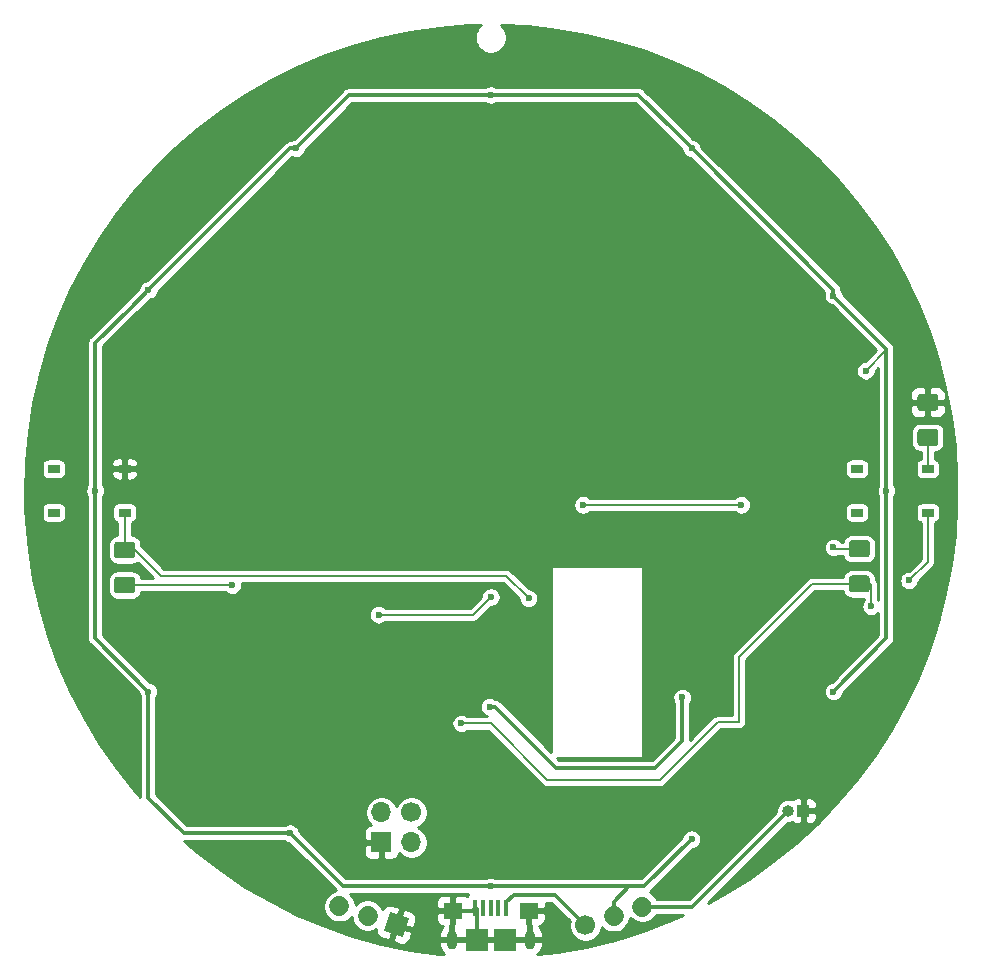
<source format=gbl>
G04 #@! TF.GenerationSoftware,KiCad,Pcbnew,(5.1.5)-3*
G04 #@! TF.CreationDate,2020-02-24T13:55:18+01:00*
G04 #@! TF.ProjectId,Badge,42616467-652e-46b6-9963-61645f706362,rev?*
G04 #@! TF.SameCoordinates,PX3473bc0PY3567e00*
G04 #@! TF.FileFunction,Copper,L2,Bot*
G04 #@! TF.FilePolarity,Positive*
%FSLAX46Y46*%
G04 Gerber Fmt 4.6, Leading zero omitted, Abs format (unit mm)*
G04 Created by KiCad (PCBNEW (5.1.5)-3) date 2020-02-24 13:55:18*
%MOMM*%
%LPD*%
G04 APERTURE LIST*
%ADD10R,1.700000X1.700000*%
%ADD11O,1.700000X1.700000*%
%ADD12C,1.700000*%
%ADD13R,1.000000X0.700000*%
%ADD14R,1.900000X1.900000*%
%ADD15R,1.600000X1.400000*%
%ADD16O,0.900000X1.600000*%
%ADD17R,0.400000X1.350000*%
%ADD18C,1.700000*%
%ADD19C,0.100000*%
%ADD20R,1.000000X1.000000*%
%ADD21O,1.000000X1.000000*%
%ADD22C,0.600000*%
%ADD23C,0.300000*%
%ADD24C,0.160000*%
%ADD25C,0.254000*%
G04 APERTURE END LIST*
D10*
X-9270000Y-29770000D03*
D11*
X-9270000Y-27230000D03*
X-6730000Y-29770000D03*
D12*
X-6730000Y-27230000D03*
D13*
X37000000Y1850000D03*
X31000000Y1850000D03*
X37000000Y-1850000D03*
X31000000Y-1850000D03*
X-31000000Y1850000D03*
X-37000000Y1850000D03*
X-31000000Y-1850000D03*
X-37000000Y-1850000D03*
D14*
X-1200000Y-38000000D03*
X1200000Y-38000000D03*
D15*
X-3200000Y-35550000D03*
X3200000Y-35550000D03*
D16*
X3300000Y-38000000D03*
X-3300000Y-38000000D03*
D17*
X1300000Y-35325000D03*
X650000Y-35325000D03*
X-1300000Y-35325000D03*
X-650000Y-35325000D03*
X0Y-35325000D03*
D18*
X12831367Y-35230194D02*
X12831367Y-35230194D01*
X10415684Y-36015097D02*
X10415684Y-36015097D01*
D12*
X8000000Y-36800000D03*
D18*
X-12831367Y-35180194D02*
X-12831367Y-35180194D01*
X-10415684Y-35965097D02*
X-10415684Y-35965097D01*
G04 #@! TA.AperFunction,ComponentPad*
D19*
G36*
X-8545734Y-35678938D02*
G01*
X-6928938Y-36204266D01*
X-7454266Y-37821062D01*
X-9071062Y-37295734D01*
X-8545734Y-35678938D01*
G37*
G04 #@! TD.AperFunction*
G04 #@! TA.AperFunction,SMDPad,CuDef*
G36*
X37649504Y5223796D02*
G01*
X37673773Y5220196D01*
X37697571Y5214235D01*
X37720671Y5205970D01*
X37742849Y5195480D01*
X37763893Y5182867D01*
X37783598Y5168253D01*
X37801777Y5151777D01*
X37818253Y5133598D01*
X37832867Y5113893D01*
X37845480Y5092849D01*
X37855970Y5070671D01*
X37864235Y5047571D01*
X37870196Y5023773D01*
X37873796Y4999504D01*
X37875000Y4975000D01*
X37875000Y4050000D01*
X37873796Y4025496D01*
X37870196Y4001227D01*
X37864235Y3977429D01*
X37855970Y3954329D01*
X37845480Y3932151D01*
X37832867Y3911107D01*
X37818253Y3891402D01*
X37801777Y3873223D01*
X37783598Y3856747D01*
X37763893Y3842133D01*
X37742849Y3829520D01*
X37720671Y3819030D01*
X37697571Y3810765D01*
X37673773Y3804804D01*
X37649504Y3801204D01*
X37625000Y3800000D01*
X36375000Y3800000D01*
X36350496Y3801204D01*
X36326227Y3804804D01*
X36302429Y3810765D01*
X36279329Y3819030D01*
X36257151Y3829520D01*
X36236107Y3842133D01*
X36216402Y3856747D01*
X36198223Y3873223D01*
X36181747Y3891402D01*
X36167133Y3911107D01*
X36154520Y3932151D01*
X36144030Y3954329D01*
X36135765Y3977429D01*
X36129804Y4001227D01*
X36126204Y4025496D01*
X36125000Y4050000D01*
X36125000Y4975000D01*
X36126204Y4999504D01*
X36129804Y5023773D01*
X36135765Y5047571D01*
X36144030Y5070671D01*
X36154520Y5092849D01*
X36167133Y5113893D01*
X36181747Y5133598D01*
X36198223Y5151777D01*
X36216402Y5168253D01*
X36236107Y5182867D01*
X36257151Y5195480D01*
X36279329Y5205970D01*
X36302429Y5214235D01*
X36326227Y5220196D01*
X36350496Y5223796D01*
X36375000Y5225000D01*
X37625000Y5225000D01*
X37649504Y5223796D01*
G37*
G04 #@! TD.AperFunction*
G04 #@! TA.AperFunction,SMDPad,CuDef*
G36*
X37649504Y8198796D02*
G01*
X37673773Y8195196D01*
X37697571Y8189235D01*
X37720671Y8180970D01*
X37742849Y8170480D01*
X37763893Y8157867D01*
X37783598Y8143253D01*
X37801777Y8126777D01*
X37818253Y8108598D01*
X37832867Y8088893D01*
X37845480Y8067849D01*
X37855970Y8045671D01*
X37864235Y8022571D01*
X37870196Y7998773D01*
X37873796Y7974504D01*
X37875000Y7950000D01*
X37875000Y7025000D01*
X37873796Y7000496D01*
X37870196Y6976227D01*
X37864235Y6952429D01*
X37855970Y6929329D01*
X37845480Y6907151D01*
X37832867Y6886107D01*
X37818253Y6866402D01*
X37801777Y6848223D01*
X37783598Y6831747D01*
X37763893Y6817133D01*
X37742849Y6804520D01*
X37720671Y6794030D01*
X37697571Y6785765D01*
X37673773Y6779804D01*
X37649504Y6776204D01*
X37625000Y6775000D01*
X36375000Y6775000D01*
X36350496Y6776204D01*
X36326227Y6779804D01*
X36302429Y6785765D01*
X36279329Y6794030D01*
X36257151Y6804520D01*
X36236107Y6817133D01*
X36216402Y6831747D01*
X36198223Y6848223D01*
X36181747Y6866402D01*
X36167133Y6886107D01*
X36154520Y6907151D01*
X36144030Y6929329D01*
X36135765Y6952429D01*
X36129804Y6976227D01*
X36126204Y7000496D01*
X36125000Y7025000D01*
X36125000Y7950000D01*
X36126204Y7974504D01*
X36129804Y7998773D01*
X36135765Y8022571D01*
X36144030Y8045671D01*
X36154520Y8067849D01*
X36167133Y8088893D01*
X36181747Y8108598D01*
X36198223Y8126777D01*
X36216402Y8143253D01*
X36236107Y8157867D01*
X36257151Y8170480D01*
X36279329Y8180970D01*
X36302429Y8189235D01*
X36326227Y8195196D01*
X36350496Y8198796D01*
X36375000Y8200000D01*
X37625000Y8200000D01*
X37649504Y8198796D01*
G37*
G04 #@! TD.AperFunction*
G04 #@! TA.AperFunction,SMDPad,CuDef*
G36*
X31849504Y-7176204D02*
G01*
X31873773Y-7179804D01*
X31897571Y-7185765D01*
X31920671Y-7194030D01*
X31942849Y-7204520D01*
X31963893Y-7217133D01*
X31983598Y-7231747D01*
X32001777Y-7248223D01*
X32018253Y-7266402D01*
X32032867Y-7286107D01*
X32045480Y-7307151D01*
X32055970Y-7329329D01*
X32064235Y-7352429D01*
X32070196Y-7376227D01*
X32073796Y-7400496D01*
X32075000Y-7425000D01*
X32075000Y-8350000D01*
X32073796Y-8374504D01*
X32070196Y-8398773D01*
X32064235Y-8422571D01*
X32055970Y-8445671D01*
X32045480Y-8467849D01*
X32032867Y-8488893D01*
X32018253Y-8508598D01*
X32001777Y-8526777D01*
X31983598Y-8543253D01*
X31963893Y-8557867D01*
X31942849Y-8570480D01*
X31920671Y-8580970D01*
X31897571Y-8589235D01*
X31873773Y-8595196D01*
X31849504Y-8598796D01*
X31825000Y-8600000D01*
X30575000Y-8600000D01*
X30550496Y-8598796D01*
X30526227Y-8595196D01*
X30502429Y-8589235D01*
X30479329Y-8580970D01*
X30457151Y-8570480D01*
X30436107Y-8557867D01*
X30416402Y-8543253D01*
X30398223Y-8526777D01*
X30381747Y-8508598D01*
X30367133Y-8488893D01*
X30354520Y-8467849D01*
X30344030Y-8445671D01*
X30335765Y-8422571D01*
X30329804Y-8398773D01*
X30326204Y-8374504D01*
X30325000Y-8350000D01*
X30325000Y-7425000D01*
X30326204Y-7400496D01*
X30329804Y-7376227D01*
X30335765Y-7352429D01*
X30344030Y-7329329D01*
X30354520Y-7307151D01*
X30367133Y-7286107D01*
X30381747Y-7266402D01*
X30398223Y-7248223D01*
X30416402Y-7231747D01*
X30436107Y-7217133D01*
X30457151Y-7204520D01*
X30479329Y-7194030D01*
X30502429Y-7185765D01*
X30526227Y-7179804D01*
X30550496Y-7176204D01*
X30575000Y-7175000D01*
X31825000Y-7175000D01*
X31849504Y-7176204D01*
G37*
G04 #@! TD.AperFunction*
G04 #@! TA.AperFunction,SMDPad,CuDef*
G36*
X31849504Y-4201204D02*
G01*
X31873773Y-4204804D01*
X31897571Y-4210765D01*
X31920671Y-4219030D01*
X31942849Y-4229520D01*
X31963893Y-4242133D01*
X31983598Y-4256747D01*
X32001777Y-4273223D01*
X32018253Y-4291402D01*
X32032867Y-4311107D01*
X32045480Y-4332151D01*
X32055970Y-4354329D01*
X32064235Y-4377429D01*
X32070196Y-4401227D01*
X32073796Y-4425496D01*
X32075000Y-4450000D01*
X32075000Y-5375000D01*
X32073796Y-5399504D01*
X32070196Y-5423773D01*
X32064235Y-5447571D01*
X32055970Y-5470671D01*
X32045480Y-5492849D01*
X32032867Y-5513893D01*
X32018253Y-5533598D01*
X32001777Y-5551777D01*
X31983598Y-5568253D01*
X31963893Y-5582867D01*
X31942849Y-5595480D01*
X31920671Y-5605970D01*
X31897571Y-5614235D01*
X31873773Y-5620196D01*
X31849504Y-5623796D01*
X31825000Y-5625000D01*
X30575000Y-5625000D01*
X30550496Y-5623796D01*
X30526227Y-5620196D01*
X30502429Y-5614235D01*
X30479329Y-5605970D01*
X30457151Y-5595480D01*
X30436107Y-5582867D01*
X30416402Y-5568253D01*
X30398223Y-5551777D01*
X30381747Y-5533598D01*
X30367133Y-5513893D01*
X30354520Y-5492849D01*
X30344030Y-5470671D01*
X30335765Y-5447571D01*
X30329804Y-5423773D01*
X30326204Y-5399504D01*
X30325000Y-5375000D01*
X30325000Y-4450000D01*
X30326204Y-4425496D01*
X30329804Y-4401227D01*
X30335765Y-4377429D01*
X30344030Y-4354329D01*
X30354520Y-4332151D01*
X30367133Y-4311107D01*
X30381747Y-4291402D01*
X30398223Y-4273223D01*
X30416402Y-4256747D01*
X30436107Y-4242133D01*
X30457151Y-4229520D01*
X30479329Y-4219030D01*
X30502429Y-4210765D01*
X30526227Y-4204804D01*
X30550496Y-4201204D01*
X30575000Y-4200000D01*
X31825000Y-4200000D01*
X31849504Y-4201204D01*
G37*
G04 #@! TD.AperFunction*
G04 #@! TA.AperFunction,SMDPad,CuDef*
G36*
X-30350496Y-4301204D02*
G01*
X-30326227Y-4304804D01*
X-30302429Y-4310765D01*
X-30279329Y-4319030D01*
X-30257151Y-4329520D01*
X-30236107Y-4342133D01*
X-30216402Y-4356747D01*
X-30198223Y-4373223D01*
X-30181747Y-4391402D01*
X-30167133Y-4411107D01*
X-30154520Y-4432151D01*
X-30144030Y-4454329D01*
X-30135765Y-4477429D01*
X-30129804Y-4501227D01*
X-30126204Y-4525496D01*
X-30125000Y-4550000D01*
X-30125000Y-5475000D01*
X-30126204Y-5499504D01*
X-30129804Y-5523773D01*
X-30135765Y-5547571D01*
X-30144030Y-5570671D01*
X-30154520Y-5592849D01*
X-30167133Y-5613893D01*
X-30181747Y-5633598D01*
X-30198223Y-5651777D01*
X-30216402Y-5668253D01*
X-30236107Y-5682867D01*
X-30257151Y-5695480D01*
X-30279329Y-5705970D01*
X-30302429Y-5714235D01*
X-30326227Y-5720196D01*
X-30350496Y-5723796D01*
X-30375000Y-5725000D01*
X-31625000Y-5725000D01*
X-31649504Y-5723796D01*
X-31673773Y-5720196D01*
X-31697571Y-5714235D01*
X-31720671Y-5705970D01*
X-31742849Y-5695480D01*
X-31763893Y-5682867D01*
X-31783598Y-5668253D01*
X-31801777Y-5651777D01*
X-31818253Y-5633598D01*
X-31832867Y-5613893D01*
X-31845480Y-5592849D01*
X-31855970Y-5570671D01*
X-31864235Y-5547571D01*
X-31870196Y-5523773D01*
X-31873796Y-5499504D01*
X-31875000Y-5475000D01*
X-31875000Y-4550000D01*
X-31873796Y-4525496D01*
X-31870196Y-4501227D01*
X-31864235Y-4477429D01*
X-31855970Y-4454329D01*
X-31845480Y-4432151D01*
X-31832867Y-4411107D01*
X-31818253Y-4391402D01*
X-31801777Y-4373223D01*
X-31783598Y-4356747D01*
X-31763893Y-4342133D01*
X-31742849Y-4329520D01*
X-31720671Y-4319030D01*
X-31697571Y-4310765D01*
X-31673773Y-4304804D01*
X-31649504Y-4301204D01*
X-31625000Y-4300000D01*
X-30375000Y-4300000D01*
X-30350496Y-4301204D01*
G37*
G04 #@! TD.AperFunction*
G04 #@! TA.AperFunction,SMDPad,CuDef*
G36*
X-30350496Y-7276204D02*
G01*
X-30326227Y-7279804D01*
X-30302429Y-7285765D01*
X-30279329Y-7294030D01*
X-30257151Y-7304520D01*
X-30236107Y-7317133D01*
X-30216402Y-7331747D01*
X-30198223Y-7348223D01*
X-30181747Y-7366402D01*
X-30167133Y-7386107D01*
X-30154520Y-7407151D01*
X-30144030Y-7429329D01*
X-30135765Y-7452429D01*
X-30129804Y-7476227D01*
X-30126204Y-7500496D01*
X-30125000Y-7525000D01*
X-30125000Y-8450000D01*
X-30126204Y-8474504D01*
X-30129804Y-8498773D01*
X-30135765Y-8522571D01*
X-30144030Y-8545671D01*
X-30154520Y-8567849D01*
X-30167133Y-8588893D01*
X-30181747Y-8608598D01*
X-30198223Y-8626777D01*
X-30216402Y-8643253D01*
X-30236107Y-8657867D01*
X-30257151Y-8670480D01*
X-30279329Y-8680970D01*
X-30302429Y-8689235D01*
X-30326227Y-8695196D01*
X-30350496Y-8698796D01*
X-30375000Y-8700000D01*
X-31625000Y-8700000D01*
X-31649504Y-8698796D01*
X-31673773Y-8695196D01*
X-31697571Y-8689235D01*
X-31720671Y-8680970D01*
X-31742849Y-8670480D01*
X-31763893Y-8657867D01*
X-31783598Y-8643253D01*
X-31801777Y-8626777D01*
X-31818253Y-8608598D01*
X-31832867Y-8588893D01*
X-31845480Y-8567849D01*
X-31855970Y-8545671D01*
X-31864235Y-8522571D01*
X-31870196Y-8498773D01*
X-31873796Y-8474504D01*
X-31875000Y-8450000D01*
X-31875000Y-7525000D01*
X-31873796Y-7500496D01*
X-31870196Y-7476227D01*
X-31864235Y-7452429D01*
X-31855970Y-7429329D01*
X-31845480Y-7407151D01*
X-31832867Y-7386107D01*
X-31818253Y-7366402D01*
X-31801777Y-7348223D01*
X-31783598Y-7331747D01*
X-31763893Y-7317133D01*
X-31742849Y-7304520D01*
X-31720671Y-7294030D01*
X-31697571Y-7285765D01*
X-31673773Y-7279804D01*
X-31649504Y-7276204D01*
X-31625000Y-7275000D01*
X-30375000Y-7275000D01*
X-30350496Y-7276204D01*
G37*
G04 #@! TD.AperFunction*
D20*
X26470000Y-27100000D03*
D21*
X25200000Y-27100000D03*
D22*
X-25000000Y-10000000D03*
X-3500000Y-28500000D03*
X15000000Y7000000D03*
X-20000000Y0D03*
X-14000000Y-2000000D03*
X-14000000Y-19000000D03*
X-22000000Y-21000000D03*
X8000000Y-29000000D03*
X22000000Y-22000000D03*
X20000000Y20000000D03*
X-8000000Y27000000D03*
X8000000Y27000000D03*
X-18000000Y19000000D03*
X2000000Y-14000000D03*
X-7000000Y-15000000D03*
X35000000Y-12500000D03*
X-35000000Y-12500000D03*
X-27500000Y25000000D03*
X27500000Y25000000D03*
X7500000Y37500000D03*
X-7500000Y37500000D03*
X-15000000Y-35000000D03*
X30000000Y-22500000D03*
X35000000Y10000000D03*
X-35000000Y10000000D03*
X15000000Y-5000000D03*
X-100000Y-18300000D03*
X16200000Y-17500000D03*
X-21900000Y-8000000D03*
X29000000Y-4800000D03*
X-9500000Y-10500000D03*
X0Y-9000000D03*
X3200000Y-9100000D03*
X35400000Y-7600000D03*
X32200000Y-9800000D03*
X-2500000Y-19700000D03*
X29000000Y-17000000D03*
X33500000Y0D03*
X29000000Y16500000D03*
X17000000Y29000000D03*
X0Y33500000D03*
X-16500000Y29000000D03*
X-29000000Y17000000D03*
X-33500000Y0D03*
X-29000000Y-17000000D03*
X-17000000Y-29000000D03*
X0Y-33500000D03*
X17000000Y-29500000D03*
X31750000Y10150000D03*
X7800000Y-1200000D03*
X21200000Y-1200000D03*
D23*
X-1525000Y-35550000D02*
X-1300000Y-35325000D01*
X-3200000Y-35550000D02*
X-1525000Y-35550000D01*
X-1200000Y-35425000D02*
X-1300000Y-35325000D01*
X-1200000Y-38000000D02*
X-1200000Y-35425000D01*
X324264Y-18300000D02*
X5524264Y-23500000D01*
X-100000Y-18300000D02*
X324264Y-18300000D01*
X5524264Y-23500000D02*
X13900000Y-23500000D01*
X13900000Y-23500000D02*
X16200000Y-21200000D01*
X16200000Y-21200000D02*
X16200000Y-17500000D01*
D24*
X-31000000Y-7987500D02*
X-21912500Y-7987500D01*
X-21912500Y-7987500D02*
X-21900000Y-8000000D01*
X29112500Y-4912500D02*
X29000000Y-4800000D01*
X31200000Y-4912500D02*
X29112500Y-4912500D01*
D23*
X17069806Y-35230194D02*
X25200000Y-27100000D01*
X12831367Y-35230194D02*
X17069806Y-35230194D01*
D24*
X1300000Y-35925000D02*
X1300000Y-35450000D01*
D23*
X1300000Y-34850000D02*
X1950000Y-34200000D01*
X1300000Y-35325000D02*
X1300000Y-34850000D01*
X5400000Y-34200000D02*
X8000000Y-36800000D01*
X1950000Y-34200000D02*
X5400000Y-34200000D01*
D24*
X-9500000Y-10500000D02*
X-1500000Y-10500000D01*
X-1500000Y-10500000D02*
X0Y-9000000D01*
X-31000000Y-5012500D02*
X-31000000Y-1850000D01*
X-30125000Y-5012500D02*
X-27937500Y-7200000D01*
X-31000000Y-5012500D02*
X-30125000Y-5012500D01*
X-27937500Y-7200000D02*
X1300000Y-7200000D01*
X1300000Y-7200000D02*
X3200000Y-9100000D01*
X37000000Y-1850000D02*
X37000000Y-6000000D01*
X37000000Y-6000000D02*
X35400000Y-7600000D01*
X32075000Y-7887500D02*
X31200000Y-7887500D01*
X32200000Y-8012500D02*
X32075000Y-7887500D01*
X32200000Y-9800000D02*
X32200000Y-8012500D01*
X31200000Y-7887500D02*
X27212500Y-7887500D01*
X27212500Y-7887500D02*
X21000000Y-14100000D01*
X21000000Y-14100000D02*
X21000000Y-19600000D01*
X21000000Y-19600000D02*
X19200000Y-19600000D01*
X19200000Y-19600000D02*
X14300000Y-24500000D01*
X14300000Y-24500000D02*
X4800000Y-24500000D01*
X4800000Y-24500000D02*
X0Y-19700000D01*
X0Y-19700000D02*
X-2500000Y-19700000D01*
D23*
X33500000Y0D02*
X33500000Y12000000D01*
X33500000Y12000000D02*
X29000000Y16500000D01*
X29000000Y16500000D02*
X29000000Y17000000D01*
X29000000Y17000000D02*
X17000000Y29000000D01*
X17000000Y29000000D02*
X15500000Y30500000D01*
X15500000Y30500000D02*
X12500000Y33500000D01*
X12500000Y33500000D02*
X0Y33500000D01*
X0Y33500000D02*
X-12000000Y33500000D01*
X-12000000Y33500000D02*
X-16500000Y29000000D01*
X-16500000Y29000000D02*
X-17000000Y29000000D01*
X-17000000Y29000000D02*
X-29000000Y17000000D01*
X-29000000Y17000000D02*
X-30500000Y15500000D01*
X-30500000Y15500000D02*
X-33500000Y12500000D01*
X-33500000Y12500000D02*
X-33500000Y0D01*
X-33500000Y0D02*
X-33500000Y-12500000D01*
X-33500000Y-12500000D02*
X-29000000Y-17000000D01*
X-29000000Y-17000000D02*
X-29000000Y-26000000D01*
X-29000000Y-26000000D02*
X-26000000Y-29000000D01*
X-26000000Y-29000000D02*
X-17000000Y-29000000D01*
X-17000000Y-29000000D02*
X-15000000Y-31000000D01*
X-15000000Y-31000000D02*
X-12500000Y-33500000D01*
X-12500000Y-33500000D02*
X0Y-33500000D01*
X0Y-33500000D02*
X13000000Y-33500000D01*
X13000000Y-33500000D02*
X17000000Y-29500000D01*
X11728700Y-33500000D02*
X13000000Y-33500000D01*
X10415684Y-34813016D02*
X11728700Y-33500000D01*
X10415684Y-36015097D02*
X10415684Y-34813016D01*
X33500000Y0D02*
X33500000Y-12500000D01*
X33500000Y-12500000D02*
X29000000Y-17000000D01*
D24*
X33500000Y11900000D02*
X33500000Y12000000D01*
X31750000Y10150000D02*
X33500000Y11900000D01*
X7800000Y-1200000D02*
X21200000Y-1200000D01*
X37000000Y1850000D02*
X37000000Y4512500D01*
D25*
G36*
X-17391731Y-29732877D02*
G01*
X-17241227Y-29795218D01*
X-17142582Y-29814840D01*
X-15502224Y-31455198D01*
X-13123164Y-33834259D01*
X-13233023Y-33856111D01*
X-13483621Y-33959912D01*
X-13709154Y-34110608D01*
X-13900953Y-34302407D01*
X-14051649Y-34527940D01*
X-14155450Y-34778538D01*
X-14208367Y-35044571D01*
X-14208367Y-35315817D01*
X-14155450Y-35581850D01*
X-14051649Y-35832448D01*
X-13900953Y-36057981D01*
X-13709154Y-36249780D01*
X-13483621Y-36400476D01*
X-13233023Y-36504277D01*
X-12966990Y-36557194D01*
X-12695744Y-36557194D01*
X-12429711Y-36504277D01*
X-12179113Y-36400476D01*
X-11953580Y-36249780D01*
X-11792684Y-36088884D01*
X-11792684Y-36100720D01*
X-11739767Y-36366753D01*
X-11635966Y-36617351D01*
X-11485270Y-36842884D01*
X-11293471Y-37034683D01*
X-11067938Y-37185379D01*
X-10817340Y-37289180D01*
X-10551307Y-37342097D01*
X-10280061Y-37342097D01*
X-10014028Y-37289180D01*
X-9763430Y-37185379D01*
X-9685534Y-37133331D01*
X-9704712Y-37220736D01*
X-9707168Y-37345796D01*
X-9685178Y-37468932D01*
X-9639589Y-37585412D01*
X-9572151Y-37690760D01*
X-9485458Y-37780928D01*
X-9382838Y-37852449D01*
X-9268238Y-37902576D01*
X-8730655Y-38074017D01*
X-8684665Y-38050584D01*
X-8289050Y-38050584D01*
X-8187126Y-38250621D01*
X-7651441Y-38427905D01*
X-7529264Y-38454712D01*
X-7404204Y-38457168D01*
X-7281068Y-38435178D01*
X-7164588Y-38389589D01*
X-7059240Y-38322151D01*
X-6969072Y-38235458D01*
X-6897551Y-38132838D01*
X-6847424Y-38018238D01*
X-6675983Y-37480655D01*
X-6777906Y-37280618D01*
X-7918461Y-36910029D01*
X-8289050Y-38050584D01*
X-8684665Y-38050584D01*
X-8530618Y-37972094D01*
X-8160029Y-36831539D01*
X-8179050Y-36825359D01*
X-8128072Y-36668461D01*
X-7839971Y-36668461D01*
X-6699416Y-37039050D01*
X-6499379Y-36937126D01*
X-6322095Y-36401441D01*
X-6295288Y-36279264D01*
X-6294714Y-36250000D01*
X-4638072Y-36250000D01*
X-4625812Y-36374482D01*
X-4589502Y-36494180D01*
X-4530537Y-36604494D01*
X-4451185Y-36701185D01*
X-4354494Y-36780537D01*
X-4244180Y-36839502D01*
X-4124482Y-36875812D01*
X-4068999Y-36881276D01*
X-4131587Y-36941609D01*
X-4253809Y-37117455D01*
X-4339376Y-37313767D01*
X-4385000Y-37523000D01*
X-4385000Y-37873000D01*
X-3427000Y-37873000D01*
X-3427000Y-36826250D01*
X-3327000Y-36726250D01*
X-3327000Y-35677000D01*
X-4476250Y-35677000D01*
X-4635000Y-35835750D01*
X-4638072Y-36250000D01*
X-6294714Y-36250000D01*
X-6292832Y-36154204D01*
X-6314822Y-36031068D01*
X-6360411Y-35914588D01*
X-6427849Y-35809240D01*
X-6514542Y-35719072D01*
X-6617162Y-35647551D01*
X-6731762Y-35597424D01*
X-7269345Y-35425983D01*
X-7469382Y-35527906D01*
X-7839971Y-36668461D01*
X-8128072Y-36668461D01*
X-8100561Y-36583790D01*
X-8081539Y-36589971D01*
X-7710950Y-35449416D01*
X-7812874Y-35249379D01*
X-8348559Y-35072095D01*
X-8470736Y-35045288D01*
X-8595796Y-35042832D01*
X-8718932Y-35064822D01*
X-8835412Y-35110411D01*
X-8940760Y-35177849D01*
X-9030928Y-35264542D01*
X-9102449Y-35367162D01*
X-9138635Y-35449890D01*
X-9195402Y-35312843D01*
X-9346098Y-35087310D01*
X-9537897Y-34895511D01*
X-9606009Y-34850000D01*
X-4638072Y-34850000D01*
X-4635000Y-35264250D01*
X-4476250Y-35423000D01*
X-3327000Y-35423000D01*
X-3327000Y-34373750D01*
X-3485750Y-34215000D01*
X-4000000Y-34211928D01*
X-4124482Y-34224188D01*
X-4244180Y-34260498D01*
X-4354494Y-34319463D01*
X-4451185Y-34398815D01*
X-4530537Y-34495506D01*
X-4589502Y-34605820D01*
X-4625812Y-34725518D01*
X-4638072Y-34850000D01*
X-9606009Y-34850000D01*
X-9763430Y-34744815D01*
X-10014028Y-34641014D01*
X-10280061Y-34588097D01*
X-10551307Y-34588097D01*
X-10817340Y-34641014D01*
X-11067938Y-34744815D01*
X-11293471Y-34895511D01*
X-11454367Y-35056407D01*
X-11454367Y-35044571D01*
X-11507284Y-34778538D01*
X-11611085Y-34527940D01*
X-11761781Y-34302407D01*
X-11887188Y-34177000D01*
X-1924033Y-34177000D01*
X-1958343Y-34206088D01*
X-2036139Y-34304036D01*
X-2044496Y-34320292D01*
X-2045506Y-34319463D01*
X-2155820Y-34260498D01*
X-2275518Y-34224188D01*
X-2400000Y-34211928D01*
X-2914250Y-34215000D01*
X-3073000Y-34373750D01*
X-3073000Y-35423000D01*
X-3053000Y-35423000D01*
X-3053000Y-35677000D01*
X-3073000Y-35677000D01*
X-3073000Y-36656507D01*
X-3173000Y-36732498D01*
X-3173000Y-37873000D01*
X-1327000Y-37873000D01*
X-1327000Y-37853000D01*
X-1073000Y-37853000D01*
X-1073000Y-37873000D01*
X1073000Y-37873000D01*
X1073000Y-37853000D01*
X1327000Y-37853000D01*
X1327000Y-37873000D01*
X3173000Y-37873000D01*
X3173000Y-36732498D01*
X3073000Y-36656507D01*
X3073000Y-35677000D01*
X3327000Y-35677000D01*
X3327000Y-36726250D01*
X3427000Y-36826250D01*
X3427000Y-37873000D01*
X4385000Y-37873000D01*
X4385000Y-37523000D01*
X4339376Y-37313767D01*
X4253809Y-37117455D01*
X4131587Y-36941609D01*
X4068999Y-36881276D01*
X4124482Y-36875812D01*
X4244180Y-36839502D01*
X4354494Y-36780537D01*
X4451185Y-36701185D01*
X4530537Y-36604494D01*
X4589502Y-36494180D01*
X4625812Y-36374482D01*
X4638072Y-36250000D01*
X4635000Y-35835750D01*
X4476250Y-35677000D01*
X3327000Y-35677000D01*
X3073000Y-35677000D01*
X3053000Y-35677000D01*
X3053000Y-35423000D01*
X3073000Y-35423000D01*
X3073000Y-35403000D01*
X3327000Y-35403000D01*
X3327000Y-35423000D01*
X4476250Y-35423000D01*
X4635000Y-35264250D01*
X4637872Y-34877000D01*
X5119578Y-34877000D01*
X6670111Y-36427533D01*
X6623000Y-36664377D01*
X6623000Y-36935623D01*
X6675917Y-37201656D01*
X6779718Y-37452254D01*
X6930414Y-37677787D01*
X7122213Y-37869586D01*
X7347746Y-38020282D01*
X7598344Y-38124083D01*
X7864377Y-38177000D01*
X8135623Y-38177000D01*
X8401656Y-38124083D01*
X8652254Y-38020282D01*
X8877787Y-37869586D01*
X9069586Y-37677787D01*
X9220282Y-37452254D01*
X9324083Y-37201656D01*
X9377000Y-36935623D01*
X9377000Y-36923786D01*
X9537897Y-37084683D01*
X9763430Y-37235379D01*
X10014028Y-37339180D01*
X10280061Y-37392097D01*
X10551307Y-37392097D01*
X10817340Y-37339180D01*
X11067938Y-37235379D01*
X11293471Y-37084683D01*
X11485270Y-36892884D01*
X11635966Y-36667351D01*
X11739767Y-36416753D01*
X11792684Y-36150720D01*
X11792684Y-36138884D01*
X11953580Y-36299780D01*
X12179113Y-36450476D01*
X12429711Y-36554277D01*
X12695744Y-36607194D01*
X12966990Y-36607194D01*
X13233023Y-36554277D01*
X13483621Y-36450476D01*
X13709154Y-36299780D01*
X13900953Y-36107981D01*
X14035114Y-35907194D01*
X16286862Y-35907194D01*
X15240543Y-36385032D01*
X12902177Y-37278392D01*
X10511859Y-38021645D01*
X8079213Y-38611799D01*
X5614036Y-39046476D01*
X3935956Y-39233624D01*
X3977408Y-39207014D01*
X4131587Y-39058391D01*
X4253809Y-38882545D01*
X4339376Y-38686233D01*
X4385000Y-38477000D01*
X4385000Y-38127000D01*
X3427000Y-38127000D01*
X3427000Y-38147000D01*
X3173000Y-38147000D01*
X3173000Y-38127000D01*
X1327000Y-38127000D01*
X1327000Y-38147000D01*
X1073000Y-38147000D01*
X1073000Y-38127000D01*
X-1073000Y-38127000D01*
X-1073000Y-38147000D01*
X-1327000Y-38147000D01*
X-1327000Y-38127000D01*
X-3173000Y-38127000D01*
X-3173000Y-38147000D01*
X-3427000Y-38147000D01*
X-3427000Y-38127000D01*
X-4385000Y-38127000D01*
X-4385000Y-38477000D01*
X-4339376Y-38686233D01*
X-4253809Y-38882545D01*
X-4131587Y-39058391D01*
X-3977408Y-39207014D01*
X-3925274Y-39240482D01*
X-4372345Y-39204940D01*
X-6850073Y-38848696D01*
X-9300218Y-38336023D01*
X-11712915Y-37668984D01*
X-14078448Y-36850265D01*
X-16387291Y-35883163D01*
X-18630149Y-34771572D01*
X-20797990Y-33519969D01*
X-22882085Y-32133392D01*
X-24874042Y-30617426D01*
X-25959351Y-29677000D01*
X-17475357Y-29677000D01*
X-17391731Y-29732877D01*
G37*
X-17391731Y-29732877D02*
X-17241227Y-29795218D01*
X-17142582Y-29814840D01*
X-15502224Y-31455198D01*
X-13123164Y-33834259D01*
X-13233023Y-33856111D01*
X-13483621Y-33959912D01*
X-13709154Y-34110608D01*
X-13900953Y-34302407D01*
X-14051649Y-34527940D01*
X-14155450Y-34778538D01*
X-14208367Y-35044571D01*
X-14208367Y-35315817D01*
X-14155450Y-35581850D01*
X-14051649Y-35832448D01*
X-13900953Y-36057981D01*
X-13709154Y-36249780D01*
X-13483621Y-36400476D01*
X-13233023Y-36504277D01*
X-12966990Y-36557194D01*
X-12695744Y-36557194D01*
X-12429711Y-36504277D01*
X-12179113Y-36400476D01*
X-11953580Y-36249780D01*
X-11792684Y-36088884D01*
X-11792684Y-36100720D01*
X-11739767Y-36366753D01*
X-11635966Y-36617351D01*
X-11485270Y-36842884D01*
X-11293471Y-37034683D01*
X-11067938Y-37185379D01*
X-10817340Y-37289180D01*
X-10551307Y-37342097D01*
X-10280061Y-37342097D01*
X-10014028Y-37289180D01*
X-9763430Y-37185379D01*
X-9685534Y-37133331D01*
X-9704712Y-37220736D01*
X-9707168Y-37345796D01*
X-9685178Y-37468932D01*
X-9639589Y-37585412D01*
X-9572151Y-37690760D01*
X-9485458Y-37780928D01*
X-9382838Y-37852449D01*
X-9268238Y-37902576D01*
X-8730655Y-38074017D01*
X-8684665Y-38050584D01*
X-8289050Y-38050584D01*
X-8187126Y-38250621D01*
X-7651441Y-38427905D01*
X-7529264Y-38454712D01*
X-7404204Y-38457168D01*
X-7281068Y-38435178D01*
X-7164588Y-38389589D01*
X-7059240Y-38322151D01*
X-6969072Y-38235458D01*
X-6897551Y-38132838D01*
X-6847424Y-38018238D01*
X-6675983Y-37480655D01*
X-6777906Y-37280618D01*
X-7918461Y-36910029D01*
X-8289050Y-38050584D01*
X-8684665Y-38050584D01*
X-8530618Y-37972094D01*
X-8160029Y-36831539D01*
X-8179050Y-36825359D01*
X-8128072Y-36668461D01*
X-7839971Y-36668461D01*
X-6699416Y-37039050D01*
X-6499379Y-36937126D01*
X-6322095Y-36401441D01*
X-6295288Y-36279264D01*
X-6294714Y-36250000D01*
X-4638072Y-36250000D01*
X-4625812Y-36374482D01*
X-4589502Y-36494180D01*
X-4530537Y-36604494D01*
X-4451185Y-36701185D01*
X-4354494Y-36780537D01*
X-4244180Y-36839502D01*
X-4124482Y-36875812D01*
X-4068999Y-36881276D01*
X-4131587Y-36941609D01*
X-4253809Y-37117455D01*
X-4339376Y-37313767D01*
X-4385000Y-37523000D01*
X-4385000Y-37873000D01*
X-3427000Y-37873000D01*
X-3427000Y-36826250D01*
X-3327000Y-36726250D01*
X-3327000Y-35677000D01*
X-4476250Y-35677000D01*
X-4635000Y-35835750D01*
X-4638072Y-36250000D01*
X-6294714Y-36250000D01*
X-6292832Y-36154204D01*
X-6314822Y-36031068D01*
X-6360411Y-35914588D01*
X-6427849Y-35809240D01*
X-6514542Y-35719072D01*
X-6617162Y-35647551D01*
X-6731762Y-35597424D01*
X-7269345Y-35425983D01*
X-7469382Y-35527906D01*
X-7839971Y-36668461D01*
X-8128072Y-36668461D01*
X-8100561Y-36583790D01*
X-8081539Y-36589971D01*
X-7710950Y-35449416D01*
X-7812874Y-35249379D01*
X-8348559Y-35072095D01*
X-8470736Y-35045288D01*
X-8595796Y-35042832D01*
X-8718932Y-35064822D01*
X-8835412Y-35110411D01*
X-8940760Y-35177849D01*
X-9030928Y-35264542D01*
X-9102449Y-35367162D01*
X-9138635Y-35449890D01*
X-9195402Y-35312843D01*
X-9346098Y-35087310D01*
X-9537897Y-34895511D01*
X-9606009Y-34850000D01*
X-4638072Y-34850000D01*
X-4635000Y-35264250D01*
X-4476250Y-35423000D01*
X-3327000Y-35423000D01*
X-3327000Y-34373750D01*
X-3485750Y-34215000D01*
X-4000000Y-34211928D01*
X-4124482Y-34224188D01*
X-4244180Y-34260498D01*
X-4354494Y-34319463D01*
X-4451185Y-34398815D01*
X-4530537Y-34495506D01*
X-4589502Y-34605820D01*
X-4625812Y-34725518D01*
X-4638072Y-34850000D01*
X-9606009Y-34850000D01*
X-9763430Y-34744815D01*
X-10014028Y-34641014D01*
X-10280061Y-34588097D01*
X-10551307Y-34588097D01*
X-10817340Y-34641014D01*
X-11067938Y-34744815D01*
X-11293471Y-34895511D01*
X-11454367Y-35056407D01*
X-11454367Y-35044571D01*
X-11507284Y-34778538D01*
X-11611085Y-34527940D01*
X-11761781Y-34302407D01*
X-11887188Y-34177000D01*
X-1924033Y-34177000D01*
X-1958343Y-34206088D01*
X-2036139Y-34304036D01*
X-2044496Y-34320292D01*
X-2045506Y-34319463D01*
X-2155820Y-34260498D01*
X-2275518Y-34224188D01*
X-2400000Y-34211928D01*
X-2914250Y-34215000D01*
X-3073000Y-34373750D01*
X-3073000Y-35423000D01*
X-3053000Y-35423000D01*
X-3053000Y-35677000D01*
X-3073000Y-35677000D01*
X-3073000Y-36656507D01*
X-3173000Y-36732498D01*
X-3173000Y-37873000D01*
X-1327000Y-37873000D01*
X-1327000Y-37853000D01*
X-1073000Y-37853000D01*
X-1073000Y-37873000D01*
X1073000Y-37873000D01*
X1073000Y-37853000D01*
X1327000Y-37853000D01*
X1327000Y-37873000D01*
X3173000Y-37873000D01*
X3173000Y-36732498D01*
X3073000Y-36656507D01*
X3073000Y-35677000D01*
X3327000Y-35677000D01*
X3327000Y-36726250D01*
X3427000Y-36826250D01*
X3427000Y-37873000D01*
X4385000Y-37873000D01*
X4385000Y-37523000D01*
X4339376Y-37313767D01*
X4253809Y-37117455D01*
X4131587Y-36941609D01*
X4068999Y-36881276D01*
X4124482Y-36875812D01*
X4244180Y-36839502D01*
X4354494Y-36780537D01*
X4451185Y-36701185D01*
X4530537Y-36604494D01*
X4589502Y-36494180D01*
X4625812Y-36374482D01*
X4638072Y-36250000D01*
X4635000Y-35835750D01*
X4476250Y-35677000D01*
X3327000Y-35677000D01*
X3073000Y-35677000D01*
X3053000Y-35677000D01*
X3053000Y-35423000D01*
X3073000Y-35423000D01*
X3073000Y-35403000D01*
X3327000Y-35403000D01*
X3327000Y-35423000D01*
X4476250Y-35423000D01*
X4635000Y-35264250D01*
X4637872Y-34877000D01*
X5119578Y-34877000D01*
X6670111Y-36427533D01*
X6623000Y-36664377D01*
X6623000Y-36935623D01*
X6675917Y-37201656D01*
X6779718Y-37452254D01*
X6930414Y-37677787D01*
X7122213Y-37869586D01*
X7347746Y-38020282D01*
X7598344Y-38124083D01*
X7864377Y-38177000D01*
X8135623Y-38177000D01*
X8401656Y-38124083D01*
X8652254Y-38020282D01*
X8877787Y-37869586D01*
X9069586Y-37677787D01*
X9220282Y-37452254D01*
X9324083Y-37201656D01*
X9377000Y-36935623D01*
X9377000Y-36923786D01*
X9537897Y-37084683D01*
X9763430Y-37235379D01*
X10014028Y-37339180D01*
X10280061Y-37392097D01*
X10551307Y-37392097D01*
X10817340Y-37339180D01*
X11067938Y-37235379D01*
X11293471Y-37084683D01*
X11485270Y-36892884D01*
X11635966Y-36667351D01*
X11739767Y-36416753D01*
X11792684Y-36150720D01*
X11792684Y-36138884D01*
X11953580Y-36299780D01*
X12179113Y-36450476D01*
X12429711Y-36554277D01*
X12695744Y-36607194D01*
X12966990Y-36607194D01*
X13233023Y-36554277D01*
X13483621Y-36450476D01*
X13709154Y-36299780D01*
X13900953Y-36107981D01*
X14035114Y-35907194D01*
X16286862Y-35907194D01*
X15240543Y-36385032D01*
X12902177Y-37278392D01*
X10511859Y-38021645D01*
X8079213Y-38611799D01*
X5614036Y-39046476D01*
X3935956Y-39233624D01*
X3977408Y-39207014D01*
X4131587Y-39058391D01*
X4253809Y-38882545D01*
X4339376Y-38686233D01*
X4385000Y-38477000D01*
X4385000Y-38127000D01*
X3427000Y-38127000D01*
X3427000Y-38147000D01*
X3173000Y-38147000D01*
X3173000Y-38127000D01*
X1327000Y-38127000D01*
X1327000Y-38147000D01*
X1073000Y-38147000D01*
X1073000Y-38127000D01*
X-1073000Y-38127000D01*
X-1073000Y-38147000D01*
X-1327000Y-38147000D01*
X-1327000Y-38127000D01*
X-3173000Y-38127000D01*
X-3173000Y-38147000D01*
X-3427000Y-38147000D01*
X-3427000Y-38127000D01*
X-4385000Y-38127000D01*
X-4385000Y-38477000D01*
X-4339376Y-38686233D01*
X-4253809Y-38882545D01*
X-4131587Y-39058391D01*
X-3977408Y-39207014D01*
X-3925274Y-39240482D01*
X-4372345Y-39204940D01*
X-6850073Y-38848696D01*
X-9300218Y-38336023D01*
X-11712915Y-37668984D01*
X-14078448Y-36850265D01*
X-16387291Y-35883163D01*
X-18630149Y-34771572D01*
X-20797990Y-33519969D01*
X-22882085Y-32133392D01*
X-24874042Y-30617426D01*
X-25959351Y-29677000D01*
X-17475357Y-29677000D01*
X-17391731Y-29732877D01*
G36*
X-1379549Y-35452000D02*
G01*
X-1447000Y-35452000D01*
X-1447000Y-35198000D01*
X-1379549Y-35198000D01*
X-1379549Y-35452000D01*
G37*
X-1379549Y-35452000D02*
X-1447000Y-35452000D01*
X-1447000Y-35198000D01*
X-1379549Y-35198000D01*
X-1379549Y-35452000D01*
G36*
X3126252Y39323927D02*
G01*
X5614036Y39046476D01*
X8079213Y38611799D01*
X10511859Y38021645D01*
X12902177Y37278392D01*
X15240543Y36385032D01*
X17517540Y35345162D01*
X19724000Y34162970D01*
X21851039Y32843216D01*
X23890091Y31391213D01*
X25832946Y29812809D01*
X27671781Y28114360D01*
X29399192Y26302704D01*
X31008222Y24385136D01*
X32492394Y22369378D01*
X33845730Y20263546D01*
X35062781Y18076120D01*
X36138646Y15815908D01*
X37068995Y13492011D01*
X37850079Y11113786D01*
X38478754Y8690810D01*
X38952489Y6232839D01*
X39269376Y3749771D01*
X39428140Y1251604D01*
X39428140Y-1251604D01*
X39269376Y-3749771D01*
X38952489Y-6232839D01*
X38478754Y-8690810D01*
X37850079Y-11113786D01*
X37068995Y-13492011D01*
X36138646Y-15815908D01*
X35062781Y-18076120D01*
X33845730Y-20263546D01*
X32492394Y-22369378D01*
X31008222Y-24385136D01*
X29399192Y-26302704D01*
X27671781Y-28114360D01*
X25832946Y-29812809D01*
X23890091Y-31391213D01*
X21851039Y-32843216D01*
X19724000Y-34162970D01*
X18367839Y-34889583D01*
X25130423Y-28127000D01*
X25301151Y-28127000D01*
X25499565Y-28087533D01*
X25541792Y-28070042D01*
X25615506Y-28130537D01*
X25725820Y-28189502D01*
X25845518Y-28225812D01*
X25970000Y-28238072D01*
X26184250Y-28235000D01*
X26343000Y-28076250D01*
X26343000Y-27227000D01*
X26597000Y-27227000D01*
X26597000Y-28076250D01*
X26755750Y-28235000D01*
X26970000Y-28238072D01*
X27094482Y-28225812D01*
X27214180Y-28189502D01*
X27324494Y-28130537D01*
X27421185Y-28051185D01*
X27500537Y-27954494D01*
X27559502Y-27844180D01*
X27595812Y-27724482D01*
X27608072Y-27600000D01*
X27605000Y-27385750D01*
X27446250Y-27227000D01*
X26597000Y-27227000D01*
X26343000Y-27227000D01*
X26323000Y-27227000D01*
X26323000Y-26973000D01*
X26343000Y-26973000D01*
X26343000Y-26123750D01*
X26597000Y-26123750D01*
X26597000Y-26973000D01*
X27446250Y-26973000D01*
X27605000Y-26814250D01*
X27608072Y-26600000D01*
X27595812Y-26475518D01*
X27559502Y-26355820D01*
X27500537Y-26245506D01*
X27421185Y-26148815D01*
X27324494Y-26069463D01*
X27214180Y-26010498D01*
X27094482Y-25974188D01*
X26970000Y-25961928D01*
X26755750Y-25965000D01*
X26597000Y-26123750D01*
X26343000Y-26123750D01*
X26184250Y-25965000D01*
X25970000Y-25961928D01*
X25845518Y-25974188D01*
X25725820Y-26010498D01*
X25615506Y-26069463D01*
X25541792Y-26129958D01*
X25499565Y-26112467D01*
X25301151Y-26073000D01*
X25098849Y-26073000D01*
X24900435Y-26112467D01*
X24713533Y-26189885D01*
X24545326Y-26302277D01*
X24402277Y-26445326D01*
X24289885Y-26613533D01*
X24212467Y-26800435D01*
X24173000Y-26998849D01*
X24173000Y-27169577D01*
X16789384Y-34553194D01*
X14035114Y-34553194D01*
X13900953Y-34352407D01*
X13709154Y-34160608D01*
X13483621Y-34009912D01*
X13458506Y-33999509D01*
X13481027Y-33981027D01*
X13502226Y-33955196D01*
X17142582Y-30314840D01*
X17241227Y-30295218D01*
X17391731Y-30232877D01*
X17527181Y-30142372D01*
X17642372Y-30027181D01*
X17732877Y-29891731D01*
X17795218Y-29741227D01*
X17827000Y-29581452D01*
X17827000Y-29418548D01*
X17795218Y-29258773D01*
X17732877Y-29108269D01*
X17642372Y-28972819D01*
X17527181Y-28857628D01*
X17391731Y-28767123D01*
X17241227Y-28704782D01*
X17081452Y-28673000D01*
X16918548Y-28673000D01*
X16758773Y-28704782D01*
X16608269Y-28767123D01*
X16472819Y-28857628D01*
X16357628Y-28972819D01*
X16267123Y-29108269D01*
X16204782Y-29258773D01*
X16185160Y-29357418D01*
X12719578Y-32823000D01*
X11761944Y-32823000D01*
X11728699Y-32819726D01*
X11695454Y-32823000D01*
X475357Y-32823000D01*
X391731Y-32767123D01*
X241227Y-32704782D01*
X81452Y-32673000D01*
X-81452Y-32673000D01*
X-241227Y-32704782D01*
X-391731Y-32767123D01*
X-475357Y-32823000D01*
X-12219577Y-32823000D01*
X-14422577Y-30620000D01*
X-10758072Y-30620000D01*
X-10745812Y-30744482D01*
X-10709502Y-30864180D01*
X-10650537Y-30974494D01*
X-10571185Y-31071185D01*
X-10474494Y-31150537D01*
X-10364180Y-31209502D01*
X-10244482Y-31245812D01*
X-10120000Y-31258072D01*
X-9555750Y-31255000D01*
X-9397000Y-31096250D01*
X-9397000Y-29897000D01*
X-10596250Y-29897000D01*
X-10755000Y-30055750D01*
X-10758072Y-30620000D01*
X-14422577Y-30620000D01*
X-14544802Y-30497776D01*
X-16122578Y-28920000D01*
X-10758072Y-28920000D01*
X-10755000Y-29484250D01*
X-10596250Y-29643000D01*
X-9397000Y-29643000D01*
X-9397000Y-29623000D01*
X-9143000Y-29623000D01*
X-9143000Y-29643000D01*
X-9123000Y-29643000D01*
X-9123000Y-29897000D01*
X-9143000Y-29897000D01*
X-9143000Y-31096250D01*
X-8984250Y-31255000D01*
X-8420000Y-31258072D01*
X-8295518Y-31245812D01*
X-8175820Y-31209502D01*
X-8065506Y-31150537D01*
X-7968815Y-31071185D01*
X-7889463Y-30974494D01*
X-7830498Y-30864180D01*
X-7794188Y-30744482D01*
X-7786003Y-30661370D01*
X-7607787Y-30839586D01*
X-7382254Y-30990282D01*
X-7131656Y-31094083D01*
X-6865623Y-31147000D01*
X-6594377Y-31147000D01*
X-6328344Y-31094083D01*
X-6077746Y-30990282D01*
X-5852213Y-30839586D01*
X-5660414Y-30647787D01*
X-5509718Y-30422254D01*
X-5405917Y-30171656D01*
X-5353000Y-29905623D01*
X-5353000Y-29634377D01*
X-5405917Y-29368344D01*
X-5509718Y-29117746D01*
X-5660414Y-28892213D01*
X-5852213Y-28700414D01*
X-6077746Y-28549718D01*
X-6197776Y-28500000D01*
X-6077746Y-28450282D01*
X-5852213Y-28299586D01*
X-5660414Y-28107787D01*
X-5509718Y-27882254D01*
X-5405917Y-27631656D01*
X-5353000Y-27365623D01*
X-5353000Y-27094377D01*
X-5405917Y-26828344D01*
X-5509718Y-26577746D01*
X-5660414Y-26352213D01*
X-5852213Y-26160414D01*
X-6077746Y-26009718D01*
X-6328344Y-25905917D01*
X-6594377Y-25853000D01*
X-6865623Y-25853000D01*
X-7131656Y-25905917D01*
X-7382254Y-26009718D01*
X-7607787Y-26160414D01*
X-7799586Y-26352213D01*
X-7950282Y-26577746D01*
X-8000000Y-26697776D01*
X-8049718Y-26577746D01*
X-8200414Y-26352213D01*
X-8392213Y-26160414D01*
X-8617746Y-26009718D01*
X-8868344Y-25905917D01*
X-9134377Y-25853000D01*
X-9405623Y-25853000D01*
X-9671656Y-25905917D01*
X-9922254Y-26009718D01*
X-10147787Y-26160414D01*
X-10339586Y-26352213D01*
X-10490282Y-26577746D01*
X-10594083Y-26828344D01*
X-10647000Y-27094377D01*
X-10647000Y-27365623D01*
X-10594083Y-27631656D01*
X-10490282Y-27882254D01*
X-10339586Y-28107787D01*
X-10161370Y-28286003D01*
X-10244482Y-28294188D01*
X-10364180Y-28330498D01*
X-10474494Y-28389463D01*
X-10571185Y-28468815D01*
X-10650537Y-28565506D01*
X-10709502Y-28675820D01*
X-10745812Y-28795518D01*
X-10758072Y-28920000D01*
X-16122578Y-28920000D01*
X-16185160Y-28857418D01*
X-16204782Y-28758773D01*
X-16267123Y-28608269D01*
X-16357628Y-28472819D01*
X-16472819Y-28357628D01*
X-16608269Y-28267123D01*
X-16758773Y-28204782D01*
X-16918548Y-28173000D01*
X-17081452Y-28173000D01*
X-17241227Y-28204782D01*
X-17391731Y-28267123D01*
X-17475357Y-28323000D01*
X-25719577Y-28323000D01*
X-28323000Y-25719578D01*
X-28323000Y-17475357D01*
X-28267123Y-17391731D01*
X-28204782Y-17241227D01*
X-28173000Y-17081452D01*
X-28173000Y-16918548D01*
X-28204782Y-16758773D01*
X-28267123Y-16608269D01*
X-28357628Y-16472819D01*
X-28472819Y-16357628D01*
X-28608269Y-16267123D01*
X-28758773Y-16204782D01*
X-28857418Y-16185160D01*
X-32823000Y-12219578D01*
X-32823000Y-10418548D01*
X-10327000Y-10418548D01*
X-10327000Y-10581452D01*
X-10295218Y-10741227D01*
X-10232877Y-10891731D01*
X-10142372Y-11027181D01*
X-10027181Y-11142372D01*
X-9891731Y-11232877D01*
X-9741227Y-11295218D01*
X-9581452Y-11327000D01*
X-9418548Y-11327000D01*
X-9258773Y-11295218D01*
X-9108269Y-11232877D01*
X-8972819Y-11142372D01*
X-8937447Y-11107000D01*
X-1529819Y-11107000D01*
X-1500000Y-11109937D01*
X-1470181Y-11107000D01*
X-1381007Y-11098217D01*
X-1266587Y-11063508D01*
X-1161137Y-11007144D01*
X-1068709Y-10931291D01*
X-1049694Y-10908121D01*
X31427Y-9827000D01*
X81452Y-9827000D01*
X241227Y-9795218D01*
X391731Y-9732877D01*
X527181Y-9642372D01*
X642372Y-9527181D01*
X732877Y-9391731D01*
X795218Y-9241227D01*
X827000Y-9081452D01*
X827000Y-8918548D01*
X795218Y-8758773D01*
X732877Y-8608269D01*
X642372Y-8472819D01*
X527181Y-8357628D01*
X391731Y-8267123D01*
X241227Y-8204782D01*
X81452Y-8173000D01*
X-81452Y-8173000D01*
X-241227Y-8204782D01*
X-391731Y-8267123D01*
X-527181Y-8357628D01*
X-642372Y-8472819D01*
X-732877Y-8608269D01*
X-795218Y-8758773D01*
X-827000Y-8918548D01*
X-827000Y-8968573D01*
X-1751427Y-9893000D01*
X-8937447Y-9893000D01*
X-8972819Y-9857628D01*
X-9108269Y-9767123D01*
X-9258773Y-9704782D01*
X-9418548Y-9673000D01*
X-9581452Y-9673000D01*
X-9741227Y-9704782D01*
X-9891731Y-9767123D01*
X-10027181Y-9857628D01*
X-10142372Y-9972819D01*
X-10232877Y-10108269D01*
X-10295218Y-10258773D01*
X-10327000Y-10418548D01*
X-32823000Y-10418548D01*
X-32823000Y-4550000D01*
X-32404549Y-4550000D01*
X-32404549Y-5475000D01*
X-32389570Y-5627082D01*
X-32345209Y-5773320D01*
X-32273171Y-5908094D01*
X-32176224Y-6026224D01*
X-32058094Y-6123171D01*
X-31923320Y-6195209D01*
X-31777082Y-6239570D01*
X-31625000Y-6254549D01*
X-30375000Y-6254549D01*
X-30222918Y-6239570D01*
X-30076680Y-6195209D01*
X-29941906Y-6123171D01*
X-29903926Y-6092001D01*
X-28615427Y-7380500D01*
X-29609683Y-7380500D01*
X-29610430Y-7372918D01*
X-29654791Y-7226680D01*
X-29726829Y-7091906D01*
X-29823776Y-6973776D01*
X-29941906Y-6876829D01*
X-30076680Y-6804791D01*
X-30222918Y-6760430D01*
X-30375000Y-6745451D01*
X-31625000Y-6745451D01*
X-31777082Y-6760430D01*
X-31923320Y-6804791D01*
X-32058094Y-6876829D01*
X-32176224Y-6973776D01*
X-32273171Y-7091906D01*
X-32345209Y-7226680D01*
X-32389570Y-7372918D01*
X-32404549Y-7525000D01*
X-32404549Y-8450000D01*
X-32389570Y-8602082D01*
X-32345209Y-8748320D01*
X-32273171Y-8883094D01*
X-32176224Y-9001224D01*
X-32058094Y-9098171D01*
X-31923320Y-9170209D01*
X-31777082Y-9214570D01*
X-31625000Y-9229549D01*
X-30375000Y-9229549D01*
X-30222918Y-9214570D01*
X-30076680Y-9170209D01*
X-29941906Y-9098171D01*
X-29823776Y-9001224D01*
X-29726829Y-8883094D01*
X-29654791Y-8748320D01*
X-29610430Y-8602082D01*
X-29609683Y-8594500D01*
X-22475053Y-8594500D01*
X-22427181Y-8642372D01*
X-22291731Y-8732877D01*
X-22141227Y-8795218D01*
X-21981452Y-8827000D01*
X-21818548Y-8827000D01*
X-21658773Y-8795218D01*
X-21508269Y-8732877D01*
X-21372819Y-8642372D01*
X-21257628Y-8527181D01*
X-21167123Y-8391731D01*
X-21104782Y-8241227D01*
X-21073000Y-8081452D01*
X-21073000Y-7918548D01*
X-21095189Y-7807000D01*
X1048573Y-7807000D01*
X2373000Y-9131428D01*
X2373000Y-9181452D01*
X2404782Y-9341227D01*
X2467123Y-9491731D01*
X2557628Y-9627181D01*
X2672819Y-9742372D01*
X2808269Y-9832877D01*
X2958773Y-9895218D01*
X3118548Y-9927000D01*
X3281452Y-9927000D01*
X3441227Y-9895218D01*
X3591731Y-9832877D01*
X3727181Y-9742372D01*
X3842372Y-9627181D01*
X3932877Y-9491731D01*
X3995218Y-9341227D01*
X4027000Y-9181452D01*
X4027000Y-9018548D01*
X3995218Y-8858773D01*
X3932877Y-8708269D01*
X3842372Y-8572819D01*
X3727181Y-8457628D01*
X3591731Y-8367123D01*
X3441227Y-8304782D01*
X3281452Y-8273000D01*
X3231428Y-8273000D01*
X1750306Y-6791879D01*
X1731291Y-6768709D01*
X1638863Y-6692856D01*
X1533413Y-6636492D01*
X1418993Y-6601783D01*
X1329819Y-6593000D01*
X1300000Y-6590063D01*
X1270181Y-6593000D01*
X-27686073Y-6593000D01*
X-29560525Y-4718548D01*
X28173000Y-4718548D01*
X28173000Y-4881452D01*
X28204782Y-5041227D01*
X28267123Y-5191731D01*
X28357628Y-5327181D01*
X28472819Y-5442372D01*
X28608269Y-5532877D01*
X28758773Y-5595218D01*
X28918548Y-5627000D01*
X29081452Y-5627000D01*
X29241227Y-5595218D01*
X29391731Y-5532877D01*
X29411751Y-5519500D01*
X29809683Y-5519500D01*
X29810430Y-5527082D01*
X29854791Y-5673320D01*
X29926829Y-5808094D01*
X30023776Y-5926224D01*
X30141906Y-6023171D01*
X30276680Y-6095209D01*
X30422918Y-6139570D01*
X30575000Y-6154549D01*
X31825000Y-6154549D01*
X31977082Y-6139570D01*
X32123320Y-6095209D01*
X32258094Y-6023171D01*
X32376224Y-5926224D01*
X32473171Y-5808094D01*
X32545209Y-5673320D01*
X32589570Y-5527082D01*
X32604549Y-5375000D01*
X32604549Y-4450000D01*
X32589570Y-4297918D01*
X32545209Y-4151680D01*
X32473171Y-4016906D01*
X32376224Y-3898776D01*
X32258094Y-3801829D01*
X32123320Y-3729791D01*
X31977082Y-3685430D01*
X31825000Y-3670451D01*
X30575000Y-3670451D01*
X30422918Y-3685430D01*
X30276680Y-3729791D01*
X30141906Y-3801829D01*
X30023776Y-3898776D01*
X29926829Y-4016906D01*
X29854791Y-4151680D01*
X29810430Y-4297918D01*
X29809683Y-4305500D01*
X29664209Y-4305500D01*
X29642372Y-4272819D01*
X29527181Y-4157628D01*
X29391731Y-4067123D01*
X29241227Y-4004782D01*
X29081452Y-3973000D01*
X28918548Y-3973000D01*
X28758773Y-4004782D01*
X28608269Y-4067123D01*
X28472819Y-4157628D01*
X28357628Y-4272819D01*
X28267123Y-4408269D01*
X28204782Y-4558773D01*
X28173000Y-4718548D01*
X-29560525Y-4718548D01*
X-29595451Y-4683622D01*
X-29595451Y-4550000D01*
X-29610430Y-4397918D01*
X-29654791Y-4251680D01*
X-29726829Y-4116906D01*
X-29823776Y-3998776D01*
X-29941906Y-3901829D01*
X-30076680Y-3829791D01*
X-30222918Y-3785430D01*
X-30375000Y-3770451D01*
X-30393000Y-3770451D01*
X-30393000Y-2718255D01*
X-30297350Y-2689239D01*
X-30205798Y-2640304D01*
X-30125552Y-2574448D01*
X-30059696Y-2494202D01*
X-30010761Y-2402650D01*
X-29980626Y-2303310D01*
X-29970451Y-2200000D01*
X-29970451Y-1500000D01*
X-29980626Y-1396690D01*
X-30010761Y-1297350D01*
X-30059696Y-1205798D01*
X-30125552Y-1125552D01*
X-30134086Y-1118548D01*
X6973000Y-1118548D01*
X6973000Y-1281452D01*
X7004782Y-1441227D01*
X7067123Y-1591731D01*
X7157628Y-1727181D01*
X7272819Y-1842372D01*
X7408269Y-1932877D01*
X7558773Y-1995218D01*
X7718548Y-2027000D01*
X7881452Y-2027000D01*
X8041227Y-1995218D01*
X8191731Y-1932877D01*
X8327181Y-1842372D01*
X8362553Y-1807000D01*
X20637447Y-1807000D01*
X20672819Y-1842372D01*
X20808269Y-1932877D01*
X20958773Y-1995218D01*
X21118548Y-2027000D01*
X21281452Y-2027000D01*
X21441227Y-1995218D01*
X21591731Y-1932877D01*
X21727181Y-1842372D01*
X21842372Y-1727181D01*
X21932877Y-1591731D01*
X21970873Y-1500000D01*
X29970451Y-1500000D01*
X29970451Y-2200000D01*
X29980626Y-2303310D01*
X30010761Y-2402650D01*
X30059696Y-2494202D01*
X30125552Y-2574448D01*
X30205798Y-2640304D01*
X30297350Y-2689239D01*
X30396690Y-2719374D01*
X30500000Y-2729549D01*
X31500000Y-2729549D01*
X31603310Y-2719374D01*
X31702650Y-2689239D01*
X31794202Y-2640304D01*
X31874448Y-2574448D01*
X31940304Y-2494202D01*
X31989239Y-2402650D01*
X32019374Y-2303310D01*
X32029549Y-2200000D01*
X32029549Y-1500000D01*
X32019374Y-1396690D01*
X31989239Y-1297350D01*
X31940304Y-1205798D01*
X31874448Y-1125552D01*
X31794202Y-1059696D01*
X31702650Y-1010761D01*
X31603310Y-980626D01*
X31500000Y-970451D01*
X30500000Y-970451D01*
X30396690Y-980626D01*
X30297350Y-1010761D01*
X30205798Y-1059696D01*
X30125552Y-1125552D01*
X30059696Y-1205798D01*
X30010761Y-1297350D01*
X29980626Y-1396690D01*
X29970451Y-1500000D01*
X21970873Y-1500000D01*
X21995218Y-1441227D01*
X22027000Y-1281452D01*
X22027000Y-1118548D01*
X21995218Y-958773D01*
X21932877Y-808269D01*
X21842372Y-672819D01*
X21727181Y-557628D01*
X21591731Y-467123D01*
X21441227Y-404782D01*
X21281452Y-373000D01*
X21118548Y-373000D01*
X20958773Y-404782D01*
X20808269Y-467123D01*
X20672819Y-557628D01*
X20637447Y-593000D01*
X8362553Y-593000D01*
X8327181Y-557628D01*
X8191731Y-467123D01*
X8041227Y-404782D01*
X7881452Y-373000D01*
X7718548Y-373000D01*
X7558773Y-404782D01*
X7408269Y-467123D01*
X7272819Y-557628D01*
X7157628Y-672819D01*
X7067123Y-808269D01*
X7004782Y-958773D01*
X6973000Y-1118548D01*
X-30134086Y-1118548D01*
X-30205798Y-1059696D01*
X-30297350Y-1010761D01*
X-30396690Y-980626D01*
X-30500000Y-970451D01*
X-31500000Y-970451D01*
X-31603310Y-980626D01*
X-31702650Y-1010761D01*
X-31794202Y-1059696D01*
X-31874448Y-1125552D01*
X-31940304Y-1205798D01*
X-31989239Y-1297350D01*
X-32019374Y-1396690D01*
X-32029549Y-1500000D01*
X-32029549Y-2200000D01*
X-32019374Y-2303310D01*
X-31989239Y-2402650D01*
X-31940304Y-2494202D01*
X-31874448Y-2574448D01*
X-31794202Y-2640304D01*
X-31702650Y-2689239D01*
X-31606999Y-2718255D01*
X-31607000Y-3770451D01*
X-31625000Y-3770451D01*
X-31777082Y-3785430D01*
X-31923320Y-3829791D01*
X-32058094Y-3901829D01*
X-32176224Y-3998776D01*
X-32273171Y-4116906D01*
X-32345209Y-4251680D01*
X-32389570Y-4397918D01*
X-32404549Y-4550000D01*
X-32823000Y-4550000D01*
X-32823000Y-475357D01*
X-32767123Y-391731D01*
X-32704782Y-241227D01*
X-32673000Y-81452D01*
X-32673000Y81452D01*
X-32704782Y241227D01*
X-32767123Y391731D01*
X-32823000Y475357D01*
X-32823000Y1500000D01*
X-32138072Y1500000D01*
X-32125812Y1375518D01*
X-32089502Y1255820D01*
X-32030537Y1145506D01*
X-31951185Y1048815D01*
X-31854494Y969463D01*
X-31744180Y910498D01*
X-31624482Y874188D01*
X-31500000Y861928D01*
X-31285750Y865000D01*
X-31127000Y1023750D01*
X-31127000Y1723000D01*
X-30873000Y1723000D01*
X-30873000Y1023750D01*
X-30714250Y865000D01*
X-30500000Y861928D01*
X-30375518Y874188D01*
X-30255820Y910498D01*
X-30145506Y969463D01*
X-30048815Y1048815D01*
X-29969463Y1145506D01*
X-29910498Y1255820D01*
X-29874188Y1375518D01*
X-29861928Y1500000D01*
X-29865000Y1564250D01*
X-30023750Y1723000D01*
X-30873000Y1723000D01*
X-31127000Y1723000D01*
X-31976250Y1723000D01*
X-32135000Y1564250D01*
X-32138072Y1500000D01*
X-32823000Y1500000D01*
X-32823000Y2200000D01*
X-32138072Y2200000D01*
X-32135000Y2135750D01*
X-31976250Y1977000D01*
X-31127000Y1977000D01*
X-31127000Y2676250D01*
X-30873000Y2676250D01*
X-30873000Y1977000D01*
X-30023750Y1977000D01*
X-29865000Y2135750D01*
X-29861928Y2200000D01*
X29970451Y2200000D01*
X29970451Y1500000D01*
X29980626Y1396690D01*
X30010761Y1297350D01*
X30059696Y1205798D01*
X30125552Y1125552D01*
X30205798Y1059696D01*
X30297350Y1010761D01*
X30396690Y980626D01*
X30500000Y970451D01*
X31500000Y970451D01*
X31603310Y980626D01*
X31702650Y1010761D01*
X31794202Y1059696D01*
X31874448Y1125552D01*
X31940304Y1205798D01*
X31989239Y1297350D01*
X32019374Y1396690D01*
X32029549Y1500000D01*
X32029549Y2200000D01*
X32019374Y2303310D01*
X31989239Y2402650D01*
X31940304Y2494202D01*
X31874448Y2574448D01*
X31794202Y2640304D01*
X31702650Y2689239D01*
X31603310Y2719374D01*
X31500000Y2729549D01*
X30500000Y2729549D01*
X30396690Y2719374D01*
X30297350Y2689239D01*
X30205798Y2640304D01*
X30125552Y2574448D01*
X30059696Y2494202D01*
X30010761Y2402650D01*
X29980626Y2303310D01*
X29970451Y2200000D01*
X-29861928Y2200000D01*
X-29874188Y2324482D01*
X-29910498Y2444180D01*
X-29969463Y2554494D01*
X-30048815Y2651185D01*
X-30145506Y2730537D01*
X-30255820Y2789502D01*
X-30375518Y2825812D01*
X-30500000Y2838072D01*
X-30714250Y2835000D01*
X-30873000Y2676250D01*
X-31127000Y2676250D01*
X-31285750Y2835000D01*
X-31500000Y2838072D01*
X-31624482Y2825812D01*
X-31744180Y2789502D01*
X-31854494Y2730537D01*
X-31951185Y2651185D01*
X-32030537Y2554494D01*
X-32089502Y2444180D01*
X-32125812Y2324482D01*
X-32138072Y2200000D01*
X-32823000Y2200000D01*
X-32823000Y12219578D01*
X-29997776Y15044801D01*
X-29997771Y15044807D01*
X-28857418Y16185160D01*
X-28758773Y16204782D01*
X-28608269Y16267123D01*
X-28472819Y16357628D01*
X-28357628Y16472819D01*
X-28267123Y16608269D01*
X-28204782Y16758773D01*
X-28185160Y16857418D01*
X-16809511Y28233066D01*
X-16741227Y28204782D01*
X-16581452Y28173000D01*
X-16418548Y28173000D01*
X-16258773Y28204782D01*
X-16108269Y28267123D01*
X-15972819Y28357628D01*
X-15857628Y28472819D01*
X-15767123Y28608269D01*
X-15704782Y28758773D01*
X-15685160Y28857418D01*
X-11719578Y32823000D01*
X-475357Y32823000D01*
X-391731Y32767123D01*
X-241227Y32704782D01*
X-81452Y32673000D01*
X81452Y32673000D01*
X241227Y32704782D01*
X391731Y32767123D01*
X475357Y32823000D01*
X12219578Y32823000D01*
X15044801Y29997776D01*
X15044807Y29997771D01*
X16185160Y28857418D01*
X16204782Y28758773D01*
X16267123Y28608269D01*
X16357628Y28472819D01*
X16472819Y28357628D01*
X16608269Y28267123D01*
X16758773Y28204782D01*
X16857418Y28185160D01*
X28233066Y16809511D01*
X28204782Y16741227D01*
X28173000Y16581452D01*
X28173000Y16418548D01*
X28204782Y16258773D01*
X28267123Y16108269D01*
X28357628Y15972819D01*
X28472819Y15857628D01*
X28608269Y15767123D01*
X28758773Y15704782D01*
X28857418Y15685160D01*
X32642075Y11900503D01*
X31718573Y10977000D01*
X31668548Y10977000D01*
X31508773Y10945218D01*
X31358269Y10882877D01*
X31222819Y10792372D01*
X31107628Y10677181D01*
X31017123Y10541731D01*
X30954782Y10391227D01*
X30923000Y10231452D01*
X30923000Y10068548D01*
X30954782Y9908773D01*
X31017123Y9758269D01*
X31107628Y9622819D01*
X31222819Y9507628D01*
X31358269Y9417123D01*
X31508773Y9354782D01*
X31668548Y9323000D01*
X31831452Y9323000D01*
X31991227Y9354782D01*
X32141731Y9417123D01*
X32277181Y9507628D01*
X32392372Y9622819D01*
X32482877Y9758269D01*
X32545218Y9908773D01*
X32577000Y10068548D01*
X32577000Y10118573D01*
X32823001Y10364573D01*
X32823000Y475357D01*
X32767123Y391731D01*
X32704782Y241227D01*
X32673000Y81452D01*
X32673000Y-81452D01*
X32704782Y-241227D01*
X32767123Y-391731D01*
X32823000Y-475357D01*
X32823001Y-9253448D01*
X32807000Y-9237447D01*
X32807000Y-8042319D01*
X32809937Y-8012500D01*
X32798217Y-7893507D01*
X32763508Y-7779088D01*
X32763508Y-7779087D01*
X32707144Y-7673637D01*
X32631291Y-7581209D01*
X32608121Y-7562194D01*
X32604549Y-7558622D01*
X32604549Y-7425000D01*
X32589570Y-7272918D01*
X32545209Y-7126680D01*
X32473171Y-6991906D01*
X32376224Y-6873776D01*
X32258094Y-6776829D01*
X32123320Y-6704791D01*
X31977082Y-6660430D01*
X31825000Y-6645451D01*
X30575000Y-6645451D01*
X30422918Y-6660430D01*
X30276680Y-6704791D01*
X30141906Y-6776829D01*
X30023776Y-6873776D01*
X29926829Y-6991906D01*
X29854791Y-7126680D01*
X29810430Y-7272918D01*
X29809683Y-7280500D01*
X27242319Y-7280500D01*
X27212500Y-7277563D01*
X27182681Y-7280500D01*
X27093507Y-7289283D01*
X26979087Y-7323992D01*
X26873637Y-7380356D01*
X26781209Y-7456209D01*
X26762199Y-7479373D01*
X20591879Y-13649694D01*
X20568709Y-13668709D01*
X20492857Y-13761137D01*
X20492856Y-13761138D01*
X20436492Y-13866588D01*
X20401783Y-13981008D01*
X20390063Y-14100000D01*
X20393000Y-14129819D01*
X20393001Y-18993000D01*
X19229816Y-18993000D01*
X19199999Y-18990063D01*
X19170182Y-18993000D01*
X19170181Y-18993000D01*
X19081007Y-19001783D01*
X18966587Y-19036492D01*
X18861137Y-19092856D01*
X18768709Y-19168709D01*
X18749694Y-19191879D01*
X16877000Y-21064573D01*
X16877000Y-17975357D01*
X16932877Y-17891731D01*
X16995218Y-17741227D01*
X17027000Y-17581452D01*
X17027000Y-17418548D01*
X16995218Y-17258773D01*
X16932877Y-17108269D01*
X16842372Y-16972819D01*
X16727181Y-16857628D01*
X16591731Y-16767123D01*
X16441227Y-16704782D01*
X16281452Y-16673000D01*
X16118548Y-16673000D01*
X15958773Y-16704782D01*
X15808269Y-16767123D01*
X15672819Y-16857628D01*
X15557628Y-16972819D01*
X15467123Y-17108269D01*
X15404782Y-17258773D01*
X15373000Y-17418548D01*
X15373000Y-17581452D01*
X15404782Y-17741227D01*
X15467123Y-17891731D01*
X15523001Y-17975358D01*
X15523000Y-20919578D01*
X13619578Y-22823000D01*
X5804687Y-22823000D01*
X5608687Y-22627000D01*
X12750000Y-22627000D01*
X12774776Y-22624560D01*
X12798601Y-22617333D01*
X12820557Y-22605597D01*
X12839803Y-22589803D01*
X12855597Y-22570557D01*
X12867333Y-22548601D01*
X12874560Y-22524776D01*
X12877000Y-22500000D01*
X12877000Y-6500000D01*
X12874560Y-6475224D01*
X12867333Y-6451399D01*
X12855597Y-6429443D01*
X12839803Y-6410197D01*
X12820557Y-6394403D01*
X12798601Y-6382667D01*
X12774776Y-6375440D01*
X12750000Y-6373000D01*
X5250000Y-6373000D01*
X5225224Y-6375440D01*
X5201399Y-6382667D01*
X5179443Y-6394403D01*
X5160197Y-6410197D01*
X5144403Y-6429443D01*
X5132667Y-6451399D01*
X5125440Y-6475224D01*
X5123000Y-6500000D01*
X5123000Y-22141313D01*
X826490Y-17844804D01*
X805291Y-17818973D01*
X702205Y-17734372D01*
X584594Y-17671508D01*
X456979Y-17632796D01*
X378441Y-17625061D01*
X291731Y-17567123D01*
X141227Y-17504782D01*
X-18548Y-17473000D01*
X-181452Y-17473000D01*
X-341227Y-17504782D01*
X-491731Y-17567123D01*
X-627181Y-17657628D01*
X-742372Y-17772819D01*
X-832877Y-17908269D01*
X-895218Y-18058773D01*
X-927000Y-18218548D01*
X-927000Y-18381452D01*
X-895218Y-18541227D01*
X-832877Y-18691731D01*
X-742372Y-18827181D01*
X-627181Y-18942372D01*
X-491731Y-19032877D01*
X-346582Y-19093000D01*
X-1937447Y-19093000D01*
X-1972819Y-19057628D01*
X-2108269Y-18967123D01*
X-2258773Y-18904782D01*
X-2418548Y-18873000D01*
X-2581452Y-18873000D01*
X-2741227Y-18904782D01*
X-2891731Y-18967123D01*
X-3027181Y-19057628D01*
X-3142372Y-19172819D01*
X-3232877Y-19308269D01*
X-3295218Y-19458773D01*
X-3327000Y-19618548D01*
X-3327000Y-19781452D01*
X-3295218Y-19941227D01*
X-3232877Y-20091731D01*
X-3142372Y-20227181D01*
X-3027181Y-20342372D01*
X-2891731Y-20432877D01*
X-2741227Y-20495218D01*
X-2581452Y-20527000D01*
X-2418548Y-20527000D01*
X-2258773Y-20495218D01*
X-2108269Y-20432877D01*
X-1972819Y-20342372D01*
X-1937447Y-20307000D01*
X-251427Y-20307000D01*
X4349694Y-24908121D01*
X4368709Y-24931291D01*
X4461137Y-25007144D01*
X4566587Y-25063508D01*
X4681007Y-25098217D01*
X4799999Y-25109937D01*
X4829818Y-25107000D01*
X14270181Y-25107000D01*
X14300000Y-25109937D01*
X14329819Y-25107000D01*
X14418993Y-25098217D01*
X14533413Y-25063508D01*
X14638863Y-25007144D01*
X14731291Y-24931291D01*
X14750306Y-24908121D01*
X19451427Y-20207000D01*
X20970181Y-20207000D01*
X21000000Y-20209937D01*
X21029819Y-20207000D01*
X21118993Y-20198217D01*
X21233413Y-20163508D01*
X21338863Y-20107144D01*
X21431291Y-20031291D01*
X21507144Y-19938863D01*
X21563508Y-19833413D01*
X21598217Y-19718993D01*
X21609937Y-19600000D01*
X21607000Y-19570181D01*
X21607000Y-14351427D01*
X27463928Y-8494500D01*
X29809683Y-8494500D01*
X29810430Y-8502082D01*
X29854791Y-8648320D01*
X29926829Y-8783094D01*
X30023776Y-8901224D01*
X30141906Y-8998171D01*
X30276680Y-9070209D01*
X30422918Y-9114570D01*
X30575000Y-9129549D01*
X31593000Y-9129549D01*
X31593000Y-9237447D01*
X31557628Y-9272819D01*
X31467123Y-9408269D01*
X31404782Y-9558773D01*
X31373000Y-9718548D01*
X31373000Y-9881452D01*
X31404782Y-10041227D01*
X31467123Y-10191731D01*
X31557628Y-10327181D01*
X31672819Y-10442372D01*
X31808269Y-10532877D01*
X31958773Y-10595218D01*
X32118548Y-10627000D01*
X32281452Y-10627000D01*
X32441227Y-10595218D01*
X32591731Y-10532877D01*
X32727181Y-10442372D01*
X32823001Y-10346552D01*
X32823001Y-12219577D01*
X28857418Y-16185160D01*
X28758773Y-16204782D01*
X28608269Y-16267123D01*
X28472819Y-16357628D01*
X28357628Y-16472819D01*
X28267123Y-16608269D01*
X28204782Y-16758773D01*
X28173000Y-16918548D01*
X28173000Y-17081452D01*
X28204782Y-17241227D01*
X28267123Y-17391731D01*
X28357628Y-17527181D01*
X28472819Y-17642372D01*
X28608269Y-17732877D01*
X28758773Y-17795218D01*
X28918548Y-17827000D01*
X29081452Y-17827000D01*
X29241227Y-17795218D01*
X29391731Y-17732877D01*
X29527181Y-17642372D01*
X29642372Y-17527181D01*
X29732877Y-17391731D01*
X29795218Y-17241227D01*
X29814840Y-17142582D01*
X33955196Y-13002226D01*
X33981027Y-12981027D01*
X34065628Y-12877941D01*
X34128492Y-12760330D01*
X34167204Y-12632715D01*
X34177000Y-12533252D01*
X34177000Y-12533246D01*
X34180274Y-12500001D01*
X34177000Y-12466756D01*
X34177000Y-7518548D01*
X34573000Y-7518548D01*
X34573000Y-7681452D01*
X34604782Y-7841227D01*
X34667123Y-7991731D01*
X34757628Y-8127181D01*
X34872819Y-8242372D01*
X35008269Y-8332877D01*
X35158773Y-8395218D01*
X35318548Y-8427000D01*
X35481452Y-8427000D01*
X35641227Y-8395218D01*
X35791731Y-8332877D01*
X35927181Y-8242372D01*
X36042372Y-8127181D01*
X36132877Y-7991731D01*
X36195218Y-7841227D01*
X36227000Y-7681452D01*
X36227000Y-7631427D01*
X37408127Y-6450301D01*
X37431291Y-6431291D01*
X37507144Y-6338863D01*
X37563508Y-6233413D01*
X37598217Y-6118993D01*
X37607000Y-6029819D01*
X37609937Y-6000000D01*
X37607000Y-5970181D01*
X37607000Y-2718255D01*
X37702650Y-2689239D01*
X37794202Y-2640304D01*
X37874448Y-2574448D01*
X37940304Y-2494202D01*
X37989239Y-2402650D01*
X38019374Y-2303310D01*
X38029549Y-2200000D01*
X38029549Y-1500000D01*
X38019374Y-1396690D01*
X37989239Y-1297350D01*
X37940304Y-1205798D01*
X37874448Y-1125552D01*
X37794202Y-1059696D01*
X37702650Y-1010761D01*
X37603310Y-980626D01*
X37500000Y-970451D01*
X36500000Y-970451D01*
X36396690Y-980626D01*
X36297350Y-1010761D01*
X36205798Y-1059696D01*
X36125552Y-1125552D01*
X36059696Y-1205798D01*
X36010761Y-1297350D01*
X35980626Y-1396690D01*
X35970451Y-1500000D01*
X35970451Y-2200000D01*
X35980626Y-2303310D01*
X36010761Y-2402650D01*
X36059696Y-2494202D01*
X36125552Y-2574448D01*
X36205798Y-2640304D01*
X36297350Y-2689239D01*
X36393000Y-2718255D01*
X36393001Y-5748571D01*
X35368573Y-6773000D01*
X35318548Y-6773000D01*
X35158773Y-6804782D01*
X35008269Y-6867123D01*
X34872819Y-6957628D01*
X34757628Y-7072819D01*
X34667123Y-7208269D01*
X34604782Y-7358773D01*
X34573000Y-7518548D01*
X34177000Y-7518548D01*
X34177000Y-475357D01*
X34232877Y-391731D01*
X34295218Y-241227D01*
X34327000Y-81452D01*
X34327000Y81452D01*
X34295218Y241227D01*
X34232877Y391731D01*
X34177000Y475357D01*
X34177000Y4975000D01*
X35595451Y4975000D01*
X35595451Y4050000D01*
X35610430Y3897918D01*
X35654791Y3751680D01*
X35726829Y3616906D01*
X35823776Y3498776D01*
X35941906Y3401829D01*
X36076680Y3329791D01*
X36222918Y3285430D01*
X36375000Y3270451D01*
X36393001Y3270451D01*
X36393000Y2718255D01*
X36297350Y2689239D01*
X36205798Y2640304D01*
X36125552Y2574448D01*
X36059696Y2494202D01*
X36010761Y2402650D01*
X35980626Y2303310D01*
X35970451Y2200000D01*
X35970451Y1500000D01*
X35980626Y1396690D01*
X36010761Y1297350D01*
X36059696Y1205798D01*
X36125552Y1125552D01*
X36205798Y1059696D01*
X36297350Y1010761D01*
X36396690Y980626D01*
X36500000Y970451D01*
X37500000Y970451D01*
X37603310Y980626D01*
X37702650Y1010761D01*
X37794202Y1059696D01*
X37874448Y1125552D01*
X37940304Y1205798D01*
X37989239Y1297350D01*
X38019374Y1396690D01*
X38029549Y1500000D01*
X38029549Y2200000D01*
X38019374Y2303310D01*
X37989239Y2402650D01*
X37940304Y2494202D01*
X37874448Y2574448D01*
X37794202Y2640304D01*
X37702650Y2689239D01*
X37607000Y2718255D01*
X37607000Y3270451D01*
X37625000Y3270451D01*
X37777082Y3285430D01*
X37923320Y3329791D01*
X38058094Y3401829D01*
X38176224Y3498776D01*
X38273171Y3616906D01*
X38345209Y3751680D01*
X38389570Y3897918D01*
X38404549Y4050000D01*
X38404549Y4975000D01*
X38389570Y5127082D01*
X38345209Y5273320D01*
X38273171Y5408094D01*
X38176224Y5526224D01*
X38058094Y5623171D01*
X37923320Y5695209D01*
X37777082Y5739570D01*
X37625000Y5754549D01*
X36375000Y5754549D01*
X36222918Y5739570D01*
X36076680Y5695209D01*
X35941906Y5623171D01*
X35823776Y5526224D01*
X35726829Y5408094D01*
X35654791Y5273320D01*
X35610430Y5127082D01*
X35595451Y4975000D01*
X34177000Y4975000D01*
X34177000Y6775000D01*
X35486928Y6775000D01*
X35499188Y6650518D01*
X35535498Y6530820D01*
X35594463Y6420506D01*
X35673815Y6323815D01*
X35770506Y6244463D01*
X35880820Y6185498D01*
X36000518Y6149188D01*
X36125000Y6136928D01*
X36714250Y6140000D01*
X36873000Y6298750D01*
X36873000Y7360500D01*
X37127000Y7360500D01*
X37127000Y6298750D01*
X37285750Y6140000D01*
X37875000Y6136928D01*
X37999482Y6149188D01*
X38119180Y6185498D01*
X38229494Y6244463D01*
X38326185Y6323815D01*
X38405537Y6420506D01*
X38464502Y6530820D01*
X38500812Y6650518D01*
X38513072Y6775000D01*
X38510000Y7201750D01*
X38351250Y7360500D01*
X37127000Y7360500D01*
X36873000Y7360500D01*
X35648750Y7360500D01*
X35490000Y7201750D01*
X35486928Y6775000D01*
X34177000Y6775000D01*
X34177000Y8200000D01*
X35486928Y8200000D01*
X35490000Y7773250D01*
X35648750Y7614500D01*
X36873000Y7614500D01*
X36873000Y8676250D01*
X37127000Y8676250D01*
X37127000Y7614500D01*
X38351250Y7614500D01*
X38510000Y7773250D01*
X38513072Y8200000D01*
X38500812Y8324482D01*
X38464502Y8444180D01*
X38405537Y8554494D01*
X38326185Y8651185D01*
X38229494Y8730537D01*
X38119180Y8789502D01*
X37999482Y8825812D01*
X37875000Y8838072D01*
X37285750Y8835000D01*
X37127000Y8676250D01*
X36873000Y8676250D01*
X36714250Y8835000D01*
X36125000Y8838072D01*
X36000518Y8825812D01*
X35880820Y8789502D01*
X35770506Y8730537D01*
X35673815Y8651185D01*
X35594463Y8554494D01*
X35535498Y8444180D01*
X35499188Y8324482D01*
X35486928Y8200000D01*
X34177000Y8200000D01*
X34177000Y11966756D01*
X34180274Y12000001D01*
X34177000Y12033246D01*
X34177000Y12033252D01*
X34167204Y12132715D01*
X34128492Y12260330D01*
X34065628Y12377941D01*
X33981027Y12481027D01*
X33955196Y12502226D01*
X29814840Y16642582D01*
X29795218Y16741227D01*
X29732877Y16891731D01*
X29677739Y16974251D01*
X29680275Y17000000D01*
X29667204Y17132715D01*
X29628492Y17260330D01*
X29565628Y17377941D01*
X29502224Y17455199D01*
X29502222Y17455201D01*
X29481027Y17481027D01*
X29455200Y17502223D01*
X17814840Y29142582D01*
X17795218Y29241227D01*
X17732877Y29391731D01*
X17642372Y29527181D01*
X17527181Y29642372D01*
X17391731Y29732877D01*
X17241227Y29795218D01*
X17142582Y29814840D01*
X16002229Y30955193D01*
X16002224Y30955199D01*
X13002226Y33955196D01*
X12981027Y33981027D01*
X12877941Y34065628D01*
X12760330Y34128492D01*
X12632715Y34167204D01*
X12533252Y34177000D01*
X12533245Y34177000D01*
X12500000Y34180274D01*
X12466755Y34177000D01*
X475357Y34177000D01*
X391731Y34232877D01*
X241227Y34295218D01*
X81452Y34327000D01*
X-81452Y34327000D01*
X-241227Y34295218D01*
X-391731Y34232877D01*
X-475357Y34177000D01*
X-11966756Y34177000D01*
X-12000001Y34180274D01*
X-12033246Y34177000D01*
X-12033252Y34177000D01*
X-12132715Y34167204D01*
X-12260330Y34128492D01*
X-12377941Y34065628D01*
X-12481027Y33981027D01*
X-12502226Y33955196D01*
X-16642582Y29814840D01*
X-16741227Y29795218D01*
X-16891731Y29732877D01*
X-16974251Y29677739D01*
X-17000000Y29680275D01*
X-17033252Y29677000D01*
X-17132715Y29667204D01*
X-17260330Y29628492D01*
X-17377941Y29565628D01*
X-17481027Y29481027D01*
X-17502222Y29455201D01*
X-29142582Y17814840D01*
X-29241227Y17795218D01*
X-29391731Y17732877D01*
X-29527181Y17642372D01*
X-29642372Y17527181D01*
X-29732877Y17391731D01*
X-29795218Y17241227D01*
X-29814840Y17142582D01*
X-30955193Y16002229D01*
X-30955199Y16002224D01*
X-33955200Y13002222D01*
X-33981027Y12981026D01*
X-34065628Y12877940D01*
X-34128492Y12760329D01*
X-34167204Y12632714D01*
X-34177000Y12533251D01*
X-34177000Y12533245D01*
X-34180274Y12500000D01*
X-34177000Y12466755D01*
X-34176999Y475358D01*
X-34232877Y391731D01*
X-34295218Y241227D01*
X-34327000Y81452D01*
X-34327000Y-81452D01*
X-34295218Y-241227D01*
X-34232877Y-391731D01*
X-34177000Y-475357D01*
X-34176999Y-12466745D01*
X-34180274Y-12500000D01*
X-34167204Y-12632714D01*
X-34128492Y-12760329D01*
X-34065628Y-12877940D01*
X-34002224Y-12955198D01*
X-34002223Y-12955199D01*
X-33981026Y-12981027D01*
X-33955200Y-13002222D01*
X-29814840Y-17142582D01*
X-29795218Y-17241227D01*
X-29732877Y-17391731D01*
X-29677000Y-17475357D01*
X-29676999Y-25962406D01*
X-30218921Y-25356686D01*
X-31766301Y-23389032D01*
X-33185769Y-21327199D01*
X-34471610Y-19179489D01*
X-35618646Y-16954550D01*
X-36622258Y-14661341D01*
X-37478405Y-12309095D01*
X-38183640Y-9907286D01*
X-38735123Y-7465583D01*
X-39130633Y-4993819D01*
X-39368578Y-2501947D01*
X-39400383Y-1500000D01*
X-38029549Y-1500000D01*
X-38029549Y-2200000D01*
X-38019374Y-2303310D01*
X-37989239Y-2402650D01*
X-37940304Y-2494202D01*
X-37874448Y-2574448D01*
X-37794202Y-2640304D01*
X-37702650Y-2689239D01*
X-37603310Y-2719374D01*
X-37500000Y-2729549D01*
X-36500000Y-2729549D01*
X-36396690Y-2719374D01*
X-36297350Y-2689239D01*
X-36205798Y-2640304D01*
X-36125552Y-2574448D01*
X-36059696Y-2494202D01*
X-36010761Y-2402650D01*
X-35980626Y-2303310D01*
X-35970451Y-2200000D01*
X-35970451Y-1500000D01*
X-35980626Y-1396690D01*
X-36010761Y-1297350D01*
X-36059696Y-1205798D01*
X-36125552Y-1125552D01*
X-36205798Y-1059696D01*
X-36297350Y-1010761D01*
X-36396690Y-980626D01*
X-36500000Y-970451D01*
X-37500000Y-970451D01*
X-37603310Y-980626D01*
X-37702650Y-1010761D01*
X-37794202Y-1059696D01*
X-37874448Y-1125552D01*
X-37940304Y-1205798D01*
X-37989239Y-1297350D01*
X-38019374Y-1396690D01*
X-38029549Y-1500000D01*
X-39400383Y-1500000D01*
X-39448000Y0D01*
X-39378164Y2200000D01*
X-38029549Y2200000D01*
X-38029549Y1500000D01*
X-38019374Y1396690D01*
X-37989239Y1297350D01*
X-37940304Y1205798D01*
X-37874448Y1125552D01*
X-37794202Y1059696D01*
X-37702650Y1010761D01*
X-37603310Y980626D01*
X-37500000Y970451D01*
X-36500000Y970451D01*
X-36396690Y980626D01*
X-36297350Y1010761D01*
X-36205798Y1059696D01*
X-36125552Y1125552D01*
X-36059696Y1205798D01*
X-36010761Y1297350D01*
X-35980626Y1396690D01*
X-35970451Y1500000D01*
X-35970451Y2200000D01*
X-35980626Y2303310D01*
X-36010761Y2402650D01*
X-36059696Y2494202D01*
X-36125552Y2574448D01*
X-36205798Y2640304D01*
X-36297350Y2689239D01*
X-36396690Y2719374D01*
X-36500000Y2729549D01*
X-37500000Y2729549D01*
X-37603310Y2719374D01*
X-37702650Y2689239D01*
X-37794202Y2640304D01*
X-37874448Y2574448D01*
X-37940304Y2494202D01*
X-37989239Y2402650D01*
X-38019374Y2303310D01*
X-38029549Y2200000D01*
X-39378164Y2200000D01*
X-39368578Y2501947D01*
X-39130633Y4993819D01*
X-38735123Y7465583D01*
X-38183640Y9907286D01*
X-37478405Y12309095D01*
X-36622258Y14661341D01*
X-35618646Y16954550D01*
X-34471610Y19179489D01*
X-33185769Y21327199D01*
X-31766301Y23389032D01*
X-30218921Y25356686D01*
X-28549860Y27222237D01*
X-26765839Y28978174D01*
X-24874042Y30617426D01*
X-22882085Y32133392D01*
X-20797990Y33519969D01*
X-18630149Y34771572D01*
X-16387291Y35883163D01*
X-14078448Y36850265D01*
X-11712915Y37668984D01*
X-9300218Y38336023D01*
X-6850073Y38848696D01*
X-4372345Y39204940D01*
X-1877011Y39403319D01*
X-857017Y39419504D01*
X-870388Y39410570D01*
X-1060570Y39220388D01*
X-1209996Y38996756D01*
X-1312922Y38748271D01*
X-1365393Y38484480D01*
X-1365393Y38215520D01*
X-1312922Y37951729D01*
X-1209996Y37703244D01*
X-1060570Y37479612D01*
X-870388Y37289430D01*
X-646756Y37140004D01*
X-398271Y37037078D01*
X-134480Y36984607D01*
X134480Y36984607D01*
X398271Y37037078D01*
X646756Y37140004D01*
X870388Y37289430D01*
X1060570Y37479612D01*
X1209996Y37703244D01*
X1312922Y37951729D01*
X1365393Y38215520D01*
X1365393Y38484480D01*
X1312922Y38748271D01*
X1209996Y38996756D01*
X1060570Y39220388D01*
X870388Y39410570D01*
X836840Y39432986D01*
X3126252Y39323927D01*
G37*
X3126252Y39323927D02*
X5614036Y39046476D01*
X8079213Y38611799D01*
X10511859Y38021645D01*
X12902177Y37278392D01*
X15240543Y36385032D01*
X17517540Y35345162D01*
X19724000Y34162970D01*
X21851039Y32843216D01*
X23890091Y31391213D01*
X25832946Y29812809D01*
X27671781Y28114360D01*
X29399192Y26302704D01*
X31008222Y24385136D01*
X32492394Y22369378D01*
X33845730Y20263546D01*
X35062781Y18076120D01*
X36138646Y15815908D01*
X37068995Y13492011D01*
X37850079Y11113786D01*
X38478754Y8690810D01*
X38952489Y6232839D01*
X39269376Y3749771D01*
X39428140Y1251604D01*
X39428140Y-1251604D01*
X39269376Y-3749771D01*
X38952489Y-6232839D01*
X38478754Y-8690810D01*
X37850079Y-11113786D01*
X37068995Y-13492011D01*
X36138646Y-15815908D01*
X35062781Y-18076120D01*
X33845730Y-20263546D01*
X32492394Y-22369378D01*
X31008222Y-24385136D01*
X29399192Y-26302704D01*
X27671781Y-28114360D01*
X25832946Y-29812809D01*
X23890091Y-31391213D01*
X21851039Y-32843216D01*
X19724000Y-34162970D01*
X18367839Y-34889583D01*
X25130423Y-28127000D01*
X25301151Y-28127000D01*
X25499565Y-28087533D01*
X25541792Y-28070042D01*
X25615506Y-28130537D01*
X25725820Y-28189502D01*
X25845518Y-28225812D01*
X25970000Y-28238072D01*
X26184250Y-28235000D01*
X26343000Y-28076250D01*
X26343000Y-27227000D01*
X26597000Y-27227000D01*
X26597000Y-28076250D01*
X26755750Y-28235000D01*
X26970000Y-28238072D01*
X27094482Y-28225812D01*
X27214180Y-28189502D01*
X27324494Y-28130537D01*
X27421185Y-28051185D01*
X27500537Y-27954494D01*
X27559502Y-27844180D01*
X27595812Y-27724482D01*
X27608072Y-27600000D01*
X27605000Y-27385750D01*
X27446250Y-27227000D01*
X26597000Y-27227000D01*
X26343000Y-27227000D01*
X26323000Y-27227000D01*
X26323000Y-26973000D01*
X26343000Y-26973000D01*
X26343000Y-26123750D01*
X26597000Y-26123750D01*
X26597000Y-26973000D01*
X27446250Y-26973000D01*
X27605000Y-26814250D01*
X27608072Y-26600000D01*
X27595812Y-26475518D01*
X27559502Y-26355820D01*
X27500537Y-26245506D01*
X27421185Y-26148815D01*
X27324494Y-26069463D01*
X27214180Y-26010498D01*
X27094482Y-25974188D01*
X26970000Y-25961928D01*
X26755750Y-25965000D01*
X26597000Y-26123750D01*
X26343000Y-26123750D01*
X26184250Y-25965000D01*
X25970000Y-25961928D01*
X25845518Y-25974188D01*
X25725820Y-26010498D01*
X25615506Y-26069463D01*
X25541792Y-26129958D01*
X25499565Y-26112467D01*
X25301151Y-26073000D01*
X25098849Y-26073000D01*
X24900435Y-26112467D01*
X24713533Y-26189885D01*
X24545326Y-26302277D01*
X24402277Y-26445326D01*
X24289885Y-26613533D01*
X24212467Y-26800435D01*
X24173000Y-26998849D01*
X24173000Y-27169577D01*
X16789384Y-34553194D01*
X14035114Y-34553194D01*
X13900953Y-34352407D01*
X13709154Y-34160608D01*
X13483621Y-34009912D01*
X13458506Y-33999509D01*
X13481027Y-33981027D01*
X13502226Y-33955196D01*
X17142582Y-30314840D01*
X17241227Y-30295218D01*
X17391731Y-30232877D01*
X17527181Y-30142372D01*
X17642372Y-30027181D01*
X17732877Y-29891731D01*
X17795218Y-29741227D01*
X17827000Y-29581452D01*
X17827000Y-29418548D01*
X17795218Y-29258773D01*
X17732877Y-29108269D01*
X17642372Y-28972819D01*
X17527181Y-28857628D01*
X17391731Y-28767123D01*
X17241227Y-28704782D01*
X17081452Y-28673000D01*
X16918548Y-28673000D01*
X16758773Y-28704782D01*
X16608269Y-28767123D01*
X16472819Y-28857628D01*
X16357628Y-28972819D01*
X16267123Y-29108269D01*
X16204782Y-29258773D01*
X16185160Y-29357418D01*
X12719578Y-32823000D01*
X11761944Y-32823000D01*
X11728699Y-32819726D01*
X11695454Y-32823000D01*
X475357Y-32823000D01*
X391731Y-32767123D01*
X241227Y-32704782D01*
X81452Y-32673000D01*
X-81452Y-32673000D01*
X-241227Y-32704782D01*
X-391731Y-32767123D01*
X-475357Y-32823000D01*
X-12219577Y-32823000D01*
X-14422577Y-30620000D01*
X-10758072Y-30620000D01*
X-10745812Y-30744482D01*
X-10709502Y-30864180D01*
X-10650537Y-30974494D01*
X-10571185Y-31071185D01*
X-10474494Y-31150537D01*
X-10364180Y-31209502D01*
X-10244482Y-31245812D01*
X-10120000Y-31258072D01*
X-9555750Y-31255000D01*
X-9397000Y-31096250D01*
X-9397000Y-29897000D01*
X-10596250Y-29897000D01*
X-10755000Y-30055750D01*
X-10758072Y-30620000D01*
X-14422577Y-30620000D01*
X-14544802Y-30497776D01*
X-16122578Y-28920000D01*
X-10758072Y-28920000D01*
X-10755000Y-29484250D01*
X-10596250Y-29643000D01*
X-9397000Y-29643000D01*
X-9397000Y-29623000D01*
X-9143000Y-29623000D01*
X-9143000Y-29643000D01*
X-9123000Y-29643000D01*
X-9123000Y-29897000D01*
X-9143000Y-29897000D01*
X-9143000Y-31096250D01*
X-8984250Y-31255000D01*
X-8420000Y-31258072D01*
X-8295518Y-31245812D01*
X-8175820Y-31209502D01*
X-8065506Y-31150537D01*
X-7968815Y-31071185D01*
X-7889463Y-30974494D01*
X-7830498Y-30864180D01*
X-7794188Y-30744482D01*
X-7786003Y-30661370D01*
X-7607787Y-30839586D01*
X-7382254Y-30990282D01*
X-7131656Y-31094083D01*
X-6865623Y-31147000D01*
X-6594377Y-31147000D01*
X-6328344Y-31094083D01*
X-6077746Y-30990282D01*
X-5852213Y-30839586D01*
X-5660414Y-30647787D01*
X-5509718Y-30422254D01*
X-5405917Y-30171656D01*
X-5353000Y-29905623D01*
X-5353000Y-29634377D01*
X-5405917Y-29368344D01*
X-5509718Y-29117746D01*
X-5660414Y-28892213D01*
X-5852213Y-28700414D01*
X-6077746Y-28549718D01*
X-6197776Y-28500000D01*
X-6077746Y-28450282D01*
X-5852213Y-28299586D01*
X-5660414Y-28107787D01*
X-5509718Y-27882254D01*
X-5405917Y-27631656D01*
X-5353000Y-27365623D01*
X-5353000Y-27094377D01*
X-5405917Y-26828344D01*
X-5509718Y-26577746D01*
X-5660414Y-26352213D01*
X-5852213Y-26160414D01*
X-6077746Y-26009718D01*
X-6328344Y-25905917D01*
X-6594377Y-25853000D01*
X-6865623Y-25853000D01*
X-7131656Y-25905917D01*
X-7382254Y-26009718D01*
X-7607787Y-26160414D01*
X-7799586Y-26352213D01*
X-7950282Y-26577746D01*
X-8000000Y-26697776D01*
X-8049718Y-26577746D01*
X-8200414Y-26352213D01*
X-8392213Y-26160414D01*
X-8617746Y-26009718D01*
X-8868344Y-25905917D01*
X-9134377Y-25853000D01*
X-9405623Y-25853000D01*
X-9671656Y-25905917D01*
X-9922254Y-26009718D01*
X-10147787Y-26160414D01*
X-10339586Y-26352213D01*
X-10490282Y-26577746D01*
X-10594083Y-26828344D01*
X-10647000Y-27094377D01*
X-10647000Y-27365623D01*
X-10594083Y-27631656D01*
X-10490282Y-27882254D01*
X-10339586Y-28107787D01*
X-10161370Y-28286003D01*
X-10244482Y-28294188D01*
X-10364180Y-28330498D01*
X-10474494Y-28389463D01*
X-10571185Y-28468815D01*
X-10650537Y-28565506D01*
X-10709502Y-28675820D01*
X-10745812Y-28795518D01*
X-10758072Y-28920000D01*
X-16122578Y-28920000D01*
X-16185160Y-28857418D01*
X-16204782Y-28758773D01*
X-16267123Y-28608269D01*
X-16357628Y-28472819D01*
X-16472819Y-28357628D01*
X-16608269Y-28267123D01*
X-16758773Y-28204782D01*
X-16918548Y-28173000D01*
X-17081452Y-28173000D01*
X-17241227Y-28204782D01*
X-17391731Y-28267123D01*
X-17475357Y-28323000D01*
X-25719577Y-28323000D01*
X-28323000Y-25719578D01*
X-28323000Y-17475357D01*
X-28267123Y-17391731D01*
X-28204782Y-17241227D01*
X-28173000Y-17081452D01*
X-28173000Y-16918548D01*
X-28204782Y-16758773D01*
X-28267123Y-16608269D01*
X-28357628Y-16472819D01*
X-28472819Y-16357628D01*
X-28608269Y-16267123D01*
X-28758773Y-16204782D01*
X-28857418Y-16185160D01*
X-32823000Y-12219578D01*
X-32823000Y-10418548D01*
X-10327000Y-10418548D01*
X-10327000Y-10581452D01*
X-10295218Y-10741227D01*
X-10232877Y-10891731D01*
X-10142372Y-11027181D01*
X-10027181Y-11142372D01*
X-9891731Y-11232877D01*
X-9741227Y-11295218D01*
X-9581452Y-11327000D01*
X-9418548Y-11327000D01*
X-9258773Y-11295218D01*
X-9108269Y-11232877D01*
X-8972819Y-11142372D01*
X-8937447Y-11107000D01*
X-1529819Y-11107000D01*
X-1500000Y-11109937D01*
X-1470181Y-11107000D01*
X-1381007Y-11098217D01*
X-1266587Y-11063508D01*
X-1161137Y-11007144D01*
X-1068709Y-10931291D01*
X-1049694Y-10908121D01*
X31427Y-9827000D01*
X81452Y-9827000D01*
X241227Y-9795218D01*
X391731Y-9732877D01*
X527181Y-9642372D01*
X642372Y-9527181D01*
X732877Y-9391731D01*
X795218Y-9241227D01*
X827000Y-9081452D01*
X827000Y-8918548D01*
X795218Y-8758773D01*
X732877Y-8608269D01*
X642372Y-8472819D01*
X527181Y-8357628D01*
X391731Y-8267123D01*
X241227Y-8204782D01*
X81452Y-8173000D01*
X-81452Y-8173000D01*
X-241227Y-8204782D01*
X-391731Y-8267123D01*
X-527181Y-8357628D01*
X-642372Y-8472819D01*
X-732877Y-8608269D01*
X-795218Y-8758773D01*
X-827000Y-8918548D01*
X-827000Y-8968573D01*
X-1751427Y-9893000D01*
X-8937447Y-9893000D01*
X-8972819Y-9857628D01*
X-9108269Y-9767123D01*
X-9258773Y-9704782D01*
X-9418548Y-9673000D01*
X-9581452Y-9673000D01*
X-9741227Y-9704782D01*
X-9891731Y-9767123D01*
X-10027181Y-9857628D01*
X-10142372Y-9972819D01*
X-10232877Y-10108269D01*
X-10295218Y-10258773D01*
X-10327000Y-10418548D01*
X-32823000Y-10418548D01*
X-32823000Y-4550000D01*
X-32404549Y-4550000D01*
X-32404549Y-5475000D01*
X-32389570Y-5627082D01*
X-32345209Y-5773320D01*
X-32273171Y-5908094D01*
X-32176224Y-6026224D01*
X-32058094Y-6123171D01*
X-31923320Y-6195209D01*
X-31777082Y-6239570D01*
X-31625000Y-6254549D01*
X-30375000Y-6254549D01*
X-30222918Y-6239570D01*
X-30076680Y-6195209D01*
X-29941906Y-6123171D01*
X-29903926Y-6092001D01*
X-28615427Y-7380500D01*
X-29609683Y-7380500D01*
X-29610430Y-7372918D01*
X-29654791Y-7226680D01*
X-29726829Y-7091906D01*
X-29823776Y-6973776D01*
X-29941906Y-6876829D01*
X-30076680Y-6804791D01*
X-30222918Y-6760430D01*
X-30375000Y-6745451D01*
X-31625000Y-6745451D01*
X-31777082Y-6760430D01*
X-31923320Y-6804791D01*
X-32058094Y-6876829D01*
X-32176224Y-6973776D01*
X-32273171Y-7091906D01*
X-32345209Y-7226680D01*
X-32389570Y-7372918D01*
X-32404549Y-7525000D01*
X-32404549Y-8450000D01*
X-32389570Y-8602082D01*
X-32345209Y-8748320D01*
X-32273171Y-8883094D01*
X-32176224Y-9001224D01*
X-32058094Y-9098171D01*
X-31923320Y-9170209D01*
X-31777082Y-9214570D01*
X-31625000Y-9229549D01*
X-30375000Y-9229549D01*
X-30222918Y-9214570D01*
X-30076680Y-9170209D01*
X-29941906Y-9098171D01*
X-29823776Y-9001224D01*
X-29726829Y-8883094D01*
X-29654791Y-8748320D01*
X-29610430Y-8602082D01*
X-29609683Y-8594500D01*
X-22475053Y-8594500D01*
X-22427181Y-8642372D01*
X-22291731Y-8732877D01*
X-22141227Y-8795218D01*
X-21981452Y-8827000D01*
X-21818548Y-8827000D01*
X-21658773Y-8795218D01*
X-21508269Y-8732877D01*
X-21372819Y-8642372D01*
X-21257628Y-8527181D01*
X-21167123Y-8391731D01*
X-21104782Y-8241227D01*
X-21073000Y-8081452D01*
X-21073000Y-7918548D01*
X-21095189Y-7807000D01*
X1048573Y-7807000D01*
X2373000Y-9131428D01*
X2373000Y-9181452D01*
X2404782Y-9341227D01*
X2467123Y-9491731D01*
X2557628Y-9627181D01*
X2672819Y-9742372D01*
X2808269Y-9832877D01*
X2958773Y-9895218D01*
X3118548Y-9927000D01*
X3281452Y-9927000D01*
X3441227Y-9895218D01*
X3591731Y-9832877D01*
X3727181Y-9742372D01*
X3842372Y-9627181D01*
X3932877Y-9491731D01*
X3995218Y-9341227D01*
X4027000Y-9181452D01*
X4027000Y-9018548D01*
X3995218Y-8858773D01*
X3932877Y-8708269D01*
X3842372Y-8572819D01*
X3727181Y-8457628D01*
X3591731Y-8367123D01*
X3441227Y-8304782D01*
X3281452Y-8273000D01*
X3231428Y-8273000D01*
X1750306Y-6791879D01*
X1731291Y-6768709D01*
X1638863Y-6692856D01*
X1533413Y-6636492D01*
X1418993Y-6601783D01*
X1329819Y-6593000D01*
X1300000Y-6590063D01*
X1270181Y-6593000D01*
X-27686073Y-6593000D01*
X-29560525Y-4718548D01*
X28173000Y-4718548D01*
X28173000Y-4881452D01*
X28204782Y-5041227D01*
X28267123Y-5191731D01*
X28357628Y-5327181D01*
X28472819Y-5442372D01*
X28608269Y-5532877D01*
X28758773Y-5595218D01*
X28918548Y-5627000D01*
X29081452Y-5627000D01*
X29241227Y-5595218D01*
X29391731Y-5532877D01*
X29411751Y-5519500D01*
X29809683Y-5519500D01*
X29810430Y-5527082D01*
X29854791Y-5673320D01*
X29926829Y-5808094D01*
X30023776Y-5926224D01*
X30141906Y-6023171D01*
X30276680Y-6095209D01*
X30422918Y-6139570D01*
X30575000Y-6154549D01*
X31825000Y-6154549D01*
X31977082Y-6139570D01*
X32123320Y-6095209D01*
X32258094Y-6023171D01*
X32376224Y-5926224D01*
X32473171Y-5808094D01*
X32545209Y-5673320D01*
X32589570Y-5527082D01*
X32604549Y-5375000D01*
X32604549Y-4450000D01*
X32589570Y-4297918D01*
X32545209Y-4151680D01*
X32473171Y-4016906D01*
X32376224Y-3898776D01*
X32258094Y-3801829D01*
X32123320Y-3729791D01*
X31977082Y-3685430D01*
X31825000Y-3670451D01*
X30575000Y-3670451D01*
X30422918Y-3685430D01*
X30276680Y-3729791D01*
X30141906Y-3801829D01*
X30023776Y-3898776D01*
X29926829Y-4016906D01*
X29854791Y-4151680D01*
X29810430Y-4297918D01*
X29809683Y-4305500D01*
X29664209Y-4305500D01*
X29642372Y-4272819D01*
X29527181Y-4157628D01*
X29391731Y-4067123D01*
X29241227Y-4004782D01*
X29081452Y-3973000D01*
X28918548Y-3973000D01*
X28758773Y-4004782D01*
X28608269Y-4067123D01*
X28472819Y-4157628D01*
X28357628Y-4272819D01*
X28267123Y-4408269D01*
X28204782Y-4558773D01*
X28173000Y-4718548D01*
X-29560525Y-4718548D01*
X-29595451Y-4683622D01*
X-29595451Y-4550000D01*
X-29610430Y-4397918D01*
X-29654791Y-4251680D01*
X-29726829Y-4116906D01*
X-29823776Y-3998776D01*
X-29941906Y-3901829D01*
X-30076680Y-3829791D01*
X-30222918Y-3785430D01*
X-30375000Y-3770451D01*
X-30393000Y-3770451D01*
X-30393000Y-2718255D01*
X-30297350Y-2689239D01*
X-30205798Y-2640304D01*
X-30125552Y-2574448D01*
X-30059696Y-2494202D01*
X-30010761Y-2402650D01*
X-29980626Y-2303310D01*
X-29970451Y-2200000D01*
X-29970451Y-1500000D01*
X-29980626Y-1396690D01*
X-30010761Y-1297350D01*
X-30059696Y-1205798D01*
X-30125552Y-1125552D01*
X-30134086Y-1118548D01*
X6973000Y-1118548D01*
X6973000Y-1281452D01*
X7004782Y-1441227D01*
X7067123Y-1591731D01*
X7157628Y-1727181D01*
X7272819Y-1842372D01*
X7408269Y-1932877D01*
X7558773Y-1995218D01*
X7718548Y-2027000D01*
X7881452Y-2027000D01*
X8041227Y-1995218D01*
X8191731Y-1932877D01*
X8327181Y-1842372D01*
X8362553Y-1807000D01*
X20637447Y-1807000D01*
X20672819Y-1842372D01*
X20808269Y-1932877D01*
X20958773Y-1995218D01*
X21118548Y-2027000D01*
X21281452Y-2027000D01*
X21441227Y-1995218D01*
X21591731Y-1932877D01*
X21727181Y-1842372D01*
X21842372Y-1727181D01*
X21932877Y-1591731D01*
X21970873Y-1500000D01*
X29970451Y-1500000D01*
X29970451Y-2200000D01*
X29980626Y-2303310D01*
X30010761Y-2402650D01*
X30059696Y-2494202D01*
X30125552Y-2574448D01*
X30205798Y-2640304D01*
X30297350Y-2689239D01*
X30396690Y-2719374D01*
X30500000Y-2729549D01*
X31500000Y-2729549D01*
X31603310Y-2719374D01*
X31702650Y-2689239D01*
X31794202Y-2640304D01*
X31874448Y-2574448D01*
X31940304Y-2494202D01*
X31989239Y-2402650D01*
X32019374Y-2303310D01*
X32029549Y-2200000D01*
X32029549Y-1500000D01*
X32019374Y-1396690D01*
X31989239Y-1297350D01*
X31940304Y-1205798D01*
X31874448Y-1125552D01*
X31794202Y-1059696D01*
X31702650Y-1010761D01*
X31603310Y-980626D01*
X31500000Y-970451D01*
X30500000Y-970451D01*
X30396690Y-980626D01*
X30297350Y-1010761D01*
X30205798Y-1059696D01*
X30125552Y-1125552D01*
X30059696Y-1205798D01*
X30010761Y-1297350D01*
X29980626Y-1396690D01*
X29970451Y-1500000D01*
X21970873Y-1500000D01*
X21995218Y-1441227D01*
X22027000Y-1281452D01*
X22027000Y-1118548D01*
X21995218Y-958773D01*
X21932877Y-808269D01*
X21842372Y-672819D01*
X21727181Y-557628D01*
X21591731Y-467123D01*
X21441227Y-404782D01*
X21281452Y-373000D01*
X21118548Y-373000D01*
X20958773Y-404782D01*
X20808269Y-467123D01*
X20672819Y-557628D01*
X20637447Y-593000D01*
X8362553Y-593000D01*
X8327181Y-557628D01*
X8191731Y-467123D01*
X8041227Y-404782D01*
X7881452Y-373000D01*
X7718548Y-373000D01*
X7558773Y-404782D01*
X7408269Y-467123D01*
X7272819Y-557628D01*
X7157628Y-672819D01*
X7067123Y-808269D01*
X7004782Y-958773D01*
X6973000Y-1118548D01*
X-30134086Y-1118548D01*
X-30205798Y-1059696D01*
X-30297350Y-1010761D01*
X-30396690Y-980626D01*
X-30500000Y-970451D01*
X-31500000Y-970451D01*
X-31603310Y-980626D01*
X-31702650Y-1010761D01*
X-31794202Y-1059696D01*
X-31874448Y-1125552D01*
X-31940304Y-1205798D01*
X-31989239Y-1297350D01*
X-32019374Y-1396690D01*
X-32029549Y-1500000D01*
X-32029549Y-2200000D01*
X-32019374Y-2303310D01*
X-31989239Y-2402650D01*
X-31940304Y-2494202D01*
X-31874448Y-2574448D01*
X-31794202Y-2640304D01*
X-31702650Y-2689239D01*
X-31606999Y-2718255D01*
X-31607000Y-3770451D01*
X-31625000Y-3770451D01*
X-31777082Y-3785430D01*
X-31923320Y-3829791D01*
X-32058094Y-3901829D01*
X-32176224Y-3998776D01*
X-32273171Y-4116906D01*
X-32345209Y-4251680D01*
X-32389570Y-4397918D01*
X-32404549Y-4550000D01*
X-32823000Y-4550000D01*
X-32823000Y-475357D01*
X-32767123Y-391731D01*
X-32704782Y-241227D01*
X-32673000Y-81452D01*
X-32673000Y81452D01*
X-32704782Y241227D01*
X-32767123Y391731D01*
X-32823000Y475357D01*
X-32823000Y1500000D01*
X-32138072Y1500000D01*
X-32125812Y1375518D01*
X-32089502Y1255820D01*
X-32030537Y1145506D01*
X-31951185Y1048815D01*
X-31854494Y969463D01*
X-31744180Y910498D01*
X-31624482Y874188D01*
X-31500000Y861928D01*
X-31285750Y865000D01*
X-31127000Y1023750D01*
X-31127000Y1723000D01*
X-30873000Y1723000D01*
X-30873000Y1023750D01*
X-30714250Y865000D01*
X-30500000Y861928D01*
X-30375518Y874188D01*
X-30255820Y910498D01*
X-30145506Y969463D01*
X-30048815Y1048815D01*
X-29969463Y1145506D01*
X-29910498Y1255820D01*
X-29874188Y1375518D01*
X-29861928Y1500000D01*
X-29865000Y1564250D01*
X-30023750Y1723000D01*
X-30873000Y1723000D01*
X-31127000Y1723000D01*
X-31976250Y1723000D01*
X-32135000Y1564250D01*
X-32138072Y1500000D01*
X-32823000Y1500000D01*
X-32823000Y2200000D01*
X-32138072Y2200000D01*
X-32135000Y2135750D01*
X-31976250Y1977000D01*
X-31127000Y1977000D01*
X-31127000Y2676250D01*
X-30873000Y2676250D01*
X-30873000Y1977000D01*
X-30023750Y1977000D01*
X-29865000Y2135750D01*
X-29861928Y2200000D01*
X29970451Y2200000D01*
X29970451Y1500000D01*
X29980626Y1396690D01*
X30010761Y1297350D01*
X30059696Y1205798D01*
X30125552Y1125552D01*
X30205798Y1059696D01*
X30297350Y1010761D01*
X30396690Y980626D01*
X30500000Y970451D01*
X31500000Y970451D01*
X31603310Y980626D01*
X31702650Y1010761D01*
X31794202Y1059696D01*
X31874448Y1125552D01*
X31940304Y1205798D01*
X31989239Y1297350D01*
X32019374Y1396690D01*
X32029549Y1500000D01*
X32029549Y2200000D01*
X32019374Y2303310D01*
X31989239Y2402650D01*
X31940304Y2494202D01*
X31874448Y2574448D01*
X31794202Y2640304D01*
X31702650Y2689239D01*
X31603310Y2719374D01*
X31500000Y2729549D01*
X30500000Y2729549D01*
X30396690Y2719374D01*
X30297350Y2689239D01*
X30205798Y2640304D01*
X30125552Y2574448D01*
X30059696Y2494202D01*
X30010761Y2402650D01*
X29980626Y2303310D01*
X29970451Y2200000D01*
X-29861928Y2200000D01*
X-29874188Y2324482D01*
X-29910498Y2444180D01*
X-29969463Y2554494D01*
X-30048815Y2651185D01*
X-30145506Y2730537D01*
X-30255820Y2789502D01*
X-30375518Y2825812D01*
X-30500000Y2838072D01*
X-30714250Y2835000D01*
X-30873000Y2676250D01*
X-31127000Y2676250D01*
X-31285750Y2835000D01*
X-31500000Y2838072D01*
X-31624482Y2825812D01*
X-31744180Y2789502D01*
X-31854494Y2730537D01*
X-31951185Y2651185D01*
X-32030537Y2554494D01*
X-32089502Y2444180D01*
X-32125812Y2324482D01*
X-32138072Y2200000D01*
X-32823000Y2200000D01*
X-32823000Y12219578D01*
X-29997776Y15044801D01*
X-29997771Y15044807D01*
X-28857418Y16185160D01*
X-28758773Y16204782D01*
X-28608269Y16267123D01*
X-28472819Y16357628D01*
X-28357628Y16472819D01*
X-28267123Y16608269D01*
X-28204782Y16758773D01*
X-28185160Y16857418D01*
X-16809511Y28233066D01*
X-16741227Y28204782D01*
X-16581452Y28173000D01*
X-16418548Y28173000D01*
X-16258773Y28204782D01*
X-16108269Y28267123D01*
X-15972819Y28357628D01*
X-15857628Y28472819D01*
X-15767123Y28608269D01*
X-15704782Y28758773D01*
X-15685160Y28857418D01*
X-11719578Y32823000D01*
X-475357Y32823000D01*
X-391731Y32767123D01*
X-241227Y32704782D01*
X-81452Y32673000D01*
X81452Y32673000D01*
X241227Y32704782D01*
X391731Y32767123D01*
X475357Y32823000D01*
X12219578Y32823000D01*
X15044801Y29997776D01*
X15044807Y29997771D01*
X16185160Y28857418D01*
X16204782Y28758773D01*
X16267123Y28608269D01*
X16357628Y28472819D01*
X16472819Y28357628D01*
X16608269Y28267123D01*
X16758773Y28204782D01*
X16857418Y28185160D01*
X28233066Y16809511D01*
X28204782Y16741227D01*
X28173000Y16581452D01*
X28173000Y16418548D01*
X28204782Y16258773D01*
X28267123Y16108269D01*
X28357628Y15972819D01*
X28472819Y15857628D01*
X28608269Y15767123D01*
X28758773Y15704782D01*
X28857418Y15685160D01*
X32642075Y11900503D01*
X31718573Y10977000D01*
X31668548Y10977000D01*
X31508773Y10945218D01*
X31358269Y10882877D01*
X31222819Y10792372D01*
X31107628Y10677181D01*
X31017123Y10541731D01*
X30954782Y10391227D01*
X30923000Y10231452D01*
X30923000Y10068548D01*
X30954782Y9908773D01*
X31017123Y9758269D01*
X31107628Y9622819D01*
X31222819Y9507628D01*
X31358269Y9417123D01*
X31508773Y9354782D01*
X31668548Y9323000D01*
X31831452Y9323000D01*
X31991227Y9354782D01*
X32141731Y9417123D01*
X32277181Y9507628D01*
X32392372Y9622819D01*
X32482877Y9758269D01*
X32545218Y9908773D01*
X32577000Y10068548D01*
X32577000Y10118573D01*
X32823001Y10364573D01*
X32823000Y475357D01*
X32767123Y391731D01*
X32704782Y241227D01*
X32673000Y81452D01*
X32673000Y-81452D01*
X32704782Y-241227D01*
X32767123Y-391731D01*
X32823000Y-475357D01*
X32823001Y-9253448D01*
X32807000Y-9237447D01*
X32807000Y-8042319D01*
X32809937Y-8012500D01*
X32798217Y-7893507D01*
X32763508Y-7779088D01*
X32763508Y-7779087D01*
X32707144Y-7673637D01*
X32631291Y-7581209D01*
X32608121Y-7562194D01*
X32604549Y-7558622D01*
X32604549Y-7425000D01*
X32589570Y-7272918D01*
X32545209Y-7126680D01*
X32473171Y-6991906D01*
X32376224Y-6873776D01*
X32258094Y-6776829D01*
X32123320Y-6704791D01*
X31977082Y-6660430D01*
X31825000Y-6645451D01*
X30575000Y-6645451D01*
X30422918Y-6660430D01*
X30276680Y-6704791D01*
X30141906Y-6776829D01*
X30023776Y-6873776D01*
X29926829Y-6991906D01*
X29854791Y-7126680D01*
X29810430Y-7272918D01*
X29809683Y-7280500D01*
X27242319Y-7280500D01*
X27212500Y-7277563D01*
X27182681Y-7280500D01*
X27093507Y-7289283D01*
X26979087Y-7323992D01*
X26873637Y-7380356D01*
X26781209Y-7456209D01*
X26762199Y-7479373D01*
X20591879Y-13649694D01*
X20568709Y-13668709D01*
X20492857Y-13761137D01*
X20492856Y-13761138D01*
X20436492Y-13866588D01*
X20401783Y-13981008D01*
X20390063Y-14100000D01*
X20393000Y-14129819D01*
X20393001Y-18993000D01*
X19229816Y-18993000D01*
X19199999Y-18990063D01*
X19170182Y-18993000D01*
X19170181Y-18993000D01*
X19081007Y-19001783D01*
X18966587Y-19036492D01*
X18861137Y-19092856D01*
X18768709Y-19168709D01*
X18749694Y-19191879D01*
X16877000Y-21064573D01*
X16877000Y-17975357D01*
X16932877Y-17891731D01*
X16995218Y-17741227D01*
X17027000Y-17581452D01*
X17027000Y-17418548D01*
X16995218Y-17258773D01*
X16932877Y-17108269D01*
X16842372Y-16972819D01*
X16727181Y-16857628D01*
X16591731Y-16767123D01*
X16441227Y-16704782D01*
X16281452Y-16673000D01*
X16118548Y-16673000D01*
X15958773Y-16704782D01*
X15808269Y-16767123D01*
X15672819Y-16857628D01*
X15557628Y-16972819D01*
X15467123Y-17108269D01*
X15404782Y-17258773D01*
X15373000Y-17418548D01*
X15373000Y-17581452D01*
X15404782Y-17741227D01*
X15467123Y-17891731D01*
X15523001Y-17975358D01*
X15523000Y-20919578D01*
X13619578Y-22823000D01*
X5804687Y-22823000D01*
X5608687Y-22627000D01*
X12750000Y-22627000D01*
X12774776Y-22624560D01*
X12798601Y-22617333D01*
X12820557Y-22605597D01*
X12839803Y-22589803D01*
X12855597Y-22570557D01*
X12867333Y-22548601D01*
X12874560Y-22524776D01*
X12877000Y-22500000D01*
X12877000Y-6500000D01*
X12874560Y-6475224D01*
X12867333Y-6451399D01*
X12855597Y-6429443D01*
X12839803Y-6410197D01*
X12820557Y-6394403D01*
X12798601Y-6382667D01*
X12774776Y-6375440D01*
X12750000Y-6373000D01*
X5250000Y-6373000D01*
X5225224Y-6375440D01*
X5201399Y-6382667D01*
X5179443Y-6394403D01*
X5160197Y-6410197D01*
X5144403Y-6429443D01*
X5132667Y-6451399D01*
X5125440Y-6475224D01*
X5123000Y-6500000D01*
X5123000Y-22141313D01*
X826490Y-17844804D01*
X805291Y-17818973D01*
X702205Y-17734372D01*
X584594Y-17671508D01*
X456979Y-17632796D01*
X378441Y-17625061D01*
X291731Y-17567123D01*
X141227Y-17504782D01*
X-18548Y-17473000D01*
X-181452Y-17473000D01*
X-341227Y-17504782D01*
X-491731Y-17567123D01*
X-627181Y-17657628D01*
X-742372Y-17772819D01*
X-832877Y-17908269D01*
X-895218Y-18058773D01*
X-927000Y-18218548D01*
X-927000Y-18381452D01*
X-895218Y-18541227D01*
X-832877Y-18691731D01*
X-742372Y-18827181D01*
X-627181Y-18942372D01*
X-491731Y-19032877D01*
X-346582Y-19093000D01*
X-1937447Y-19093000D01*
X-1972819Y-19057628D01*
X-2108269Y-18967123D01*
X-2258773Y-18904782D01*
X-2418548Y-18873000D01*
X-2581452Y-18873000D01*
X-2741227Y-18904782D01*
X-2891731Y-18967123D01*
X-3027181Y-19057628D01*
X-3142372Y-19172819D01*
X-3232877Y-19308269D01*
X-3295218Y-19458773D01*
X-3327000Y-19618548D01*
X-3327000Y-19781452D01*
X-3295218Y-19941227D01*
X-3232877Y-20091731D01*
X-3142372Y-20227181D01*
X-3027181Y-20342372D01*
X-2891731Y-20432877D01*
X-2741227Y-20495218D01*
X-2581452Y-20527000D01*
X-2418548Y-20527000D01*
X-2258773Y-20495218D01*
X-2108269Y-20432877D01*
X-1972819Y-20342372D01*
X-1937447Y-20307000D01*
X-251427Y-20307000D01*
X4349694Y-24908121D01*
X4368709Y-24931291D01*
X4461137Y-25007144D01*
X4566587Y-25063508D01*
X4681007Y-25098217D01*
X4799999Y-25109937D01*
X4829818Y-25107000D01*
X14270181Y-25107000D01*
X14300000Y-25109937D01*
X14329819Y-25107000D01*
X14418993Y-25098217D01*
X14533413Y-25063508D01*
X14638863Y-25007144D01*
X14731291Y-24931291D01*
X14750306Y-24908121D01*
X19451427Y-20207000D01*
X20970181Y-20207000D01*
X21000000Y-20209937D01*
X21029819Y-20207000D01*
X21118993Y-20198217D01*
X21233413Y-20163508D01*
X21338863Y-20107144D01*
X21431291Y-20031291D01*
X21507144Y-19938863D01*
X21563508Y-19833413D01*
X21598217Y-19718993D01*
X21609937Y-19600000D01*
X21607000Y-19570181D01*
X21607000Y-14351427D01*
X27463928Y-8494500D01*
X29809683Y-8494500D01*
X29810430Y-8502082D01*
X29854791Y-8648320D01*
X29926829Y-8783094D01*
X30023776Y-8901224D01*
X30141906Y-8998171D01*
X30276680Y-9070209D01*
X30422918Y-9114570D01*
X30575000Y-9129549D01*
X31593000Y-9129549D01*
X31593000Y-9237447D01*
X31557628Y-9272819D01*
X31467123Y-9408269D01*
X31404782Y-9558773D01*
X31373000Y-9718548D01*
X31373000Y-9881452D01*
X31404782Y-10041227D01*
X31467123Y-10191731D01*
X31557628Y-10327181D01*
X31672819Y-10442372D01*
X31808269Y-10532877D01*
X31958773Y-10595218D01*
X32118548Y-10627000D01*
X32281452Y-10627000D01*
X32441227Y-10595218D01*
X32591731Y-10532877D01*
X32727181Y-10442372D01*
X32823001Y-10346552D01*
X32823001Y-12219577D01*
X28857418Y-16185160D01*
X28758773Y-16204782D01*
X28608269Y-16267123D01*
X28472819Y-16357628D01*
X28357628Y-16472819D01*
X28267123Y-16608269D01*
X28204782Y-16758773D01*
X28173000Y-16918548D01*
X28173000Y-17081452D01*
X28204782Y-17241227D01*
X28267123Y-17391731D01*
X28357628Y-17527181D01*
X28472819Y-17642372D01*
X28608269Y-17732877D01*
X28758773Y-17795218D01*
X28918548Y-17827000D01*
X29081452Y-17827000D01*
X29241227Y-17795218D01*
X29391731Y-17732877D01*
X29527181Y-17642372D01*
X29642372Y-17527181D01*
X29732877Y-17391731D01*
X29795218Y-17241227D01*
X29814840Y-17142582D01*
X33955196Y-13002226D01*
X33981027Y-12981027D01*
X34065628Y-12877941D01*
X34128492Y-12760330D01*
X34167204Y-12632715D01*
X34177000Y-12533252D01*
X34177000Y-12533246D01*
X34180274Y-12500001D01*
X34177000Y-12466756D01*
X34177000Y-7518548D01*
X34573000Y-7518548D01*
X34573000Y-7681452D01*
X34604782Y-7841227D01*
X34667123Y-7991731D01*
X34757628Y-8127181D01*
X34872819Y-8242372D01*
X35008269Y-8332877D01*
X35158773Y-8395218D01*
X35318548Y-8427000D01*
X35481452Y-8427000D01*
X35641227Y-8395218D01*
X35791731Y-8332877D01*
X35927181Y-8242372D01*
X36042372Y-8127181D01*
X36132877Y-7991731D01*
X36195218Y-7841227D01*
X36227000Y-7681452D01*
X36227000Y-7631427D01*
X37408127Y-6450301D01*
X37431291Y-6431291D01*
X37507144Y-6338863D01*
X37563508Y-6233413D01*
X37598217Y-6118993D01*
X37607000Y-6029819D01*
X37609937Y-6000000D01*
X37607000Y-5970181D01*
X37607000Y-2718255D01*
X37702650Y-2689239D01*
X37794202Y-2640304D01*
X37874448Y-2574448D01*
X37940304Y-2494202D01*
X37989239Y-2402650D01*
X38019374Y-2303310D01*
X38029549Y-2200000D01*
X38029549Y-1500000D01*
X38019374Y-1396690D01*
X37989239Y-1297350D01*
X37940304Y-1205798D01*
X37874448Y-1125552D01*
X37794202Y-1059696D01*
X37702650Y-1010761D01*
X37603310Y-980626D01*
X37500000Y-970451D01*
X36500000Y-970451D01*
X36396690Y-980626D01*
X36297350Y-1010761D01*
X36205798Y-1059696D01*
X36125552Y-1125552D01*
X36059696Y-1205798D01*
X36010761Y-1297350D01*
X35980626Y-1396690D01*
X35970451Y-1500000D01*
X35970451Y-2200000D01*
X35980626Y-2303310D01*
X36010761Y-2402650D01*
X36059696Y-2494202D01*
X36125552Y-2574448D01*
X36205798Y-2640304D01*
X36297350Y-2689239D01*
X36393000Y-2718255D01*
X36393001Y-5748571D01*
X35368573Y-6773000D01*
X35318548Y-6773000D01*
X35158773Y-6804782D01*
X35008269Y-6867123D01*
X34872819Y-6957628D01*
X34757628Y-7072819D01*
X34667123Y-7208269D01*
X34604782Y-7358773D01*
X34573000Y-7518548D01*
X34177000Y-7518548D01*
X34177000Y-475357D01*
X34232877Y-391731D01*
X34295218Y-241227D01*
X34327000Y-81452D01*
X34327000Y81452D01*
X34295218Y241227D01*
X34232877Y391731D01*
X34177000Y475357D01*
X34177000Y4975000D01*
X35595451Y4975000D01*
X35595451Y4050000D01*
X35610430Y3897918D01*
X35654791Y3751680D01*
X35726829Y3616906D01*
X35823776Y3498776D01*
X35941906Y3401829D01*
X36076680Y3329791D01*
X36222918Y3285430D01*
X36375000Y3270451D01*
X36393001Y3270451D01*
X36393000Y2718255D01*
X36297350Y2689239D01*
X36205798Y2640304D01*
X36125552Y2574448D01*
X36059696Y2494202D01*
X36010761Y2402650D01*
X35980626Y2303310D01*
X35970451Y2200000D01*
X35970451Y1500000D01*
X35980626Y1396690D01*
X36010761Y1297350D01*
X36059696Y1205798D01*
X36125552Y1125552D01*
X36205798Y1059696D01*
X36297350Y1010761D01*
X36396690Y980626D01*
X36500000Y970451D01*
X37500000Y970451D01*
X37603310Y980626D01*
X37702650Y1010761D01*
X37794202Y1059696D01*
X37874448Y1125552D01*
X37940304Y1205798D01*
X37989239Y1297350D01*
X38019374Y1396690D01*
X38029549Y1500000D01*
X38029549Y2200000D01*
X38019374Y2303310D01*
X37989239Y2402650D01*
X37940304Y2494202D01*
X37874448Y2574448D01*
X37794202Y2640304D01*
X37702650Y2689239D01*
X37607000Y2718255D01*
X37607000Y3270451D01*
X37625000Y3270451D01*
X37777082Y3285430D01*
X37923320Y3329791D01*
X38058094Y3401829D01*
X38176224Y3498776D01*
X38273171Y3616906D01*
X38345209Y3751680D01*
X38389570Y3897918D01*
X38404549Y4050000D01*
X38404549Y4975000D01*
X38389570Y5127082D01*
X38345209Y5273320D01*
X38273171Y5408094D01*
X38176224Y5526224D01*
X38058094Y5623171D01*
X37923320Y5695209D01*
X37777082Y5739570D01*
X37625000Y5754549D01*
X36375000Y5754549D01*
X36222918Y5739570D01*
X36076680Y5695209D01*
X35941906Y5623171D01*
X35823776Y5526224D01*
X35726829Y5408094D01*
X35654791Y5273320D01*
X35610430Y5127082D01*
X35595451Y4975000D01*
X34177000Y4975000D01*
X34177000Y6775000D01*
X35486928Y6775000D01*
X35499188Y6650518D01*
X35535498Y6530820D01*
X35594463Y6420506D01*
X35673815Y6323815D01*
X35770506Y6244463D01*
X35880820Y6185498D01*
X36000518Y6149188D01*
X36125000Y6136928D01*
X36714250Y6140000D01*
X36873000Y6298750D01*
X36873000Y7360500D01*
X37127000Y7360500D01*
X37127000Y6298750D01*
X37285750Y6140000D01*
X37875000Y6136928D01*
X37999482Y6149188D01*
X38119180Y6185498D01*
X38229494Y6244463D01*
X38326185Y6323815D01*
X38405537Y6420506D01*
X38464502Y6530820D01*
X38500812Y6650518D01*
X38513072Y6775000D01*
X38510000Y7201750D01*
X38351250Y7360500D01*
X37127000Y7360500D01*
X36873000Y7360500D01*
X35648750Y7360500D01*
X35490000Y7201750D01*
X35486928Y6775000D01*
X34177000Y6775000D01*
X34177000Y8200000D01*
X35486928Y8200000D01*
X35490000Y7773250D01*
X35648750Y7614500D01*
X36873000Y7614500D01*
X36873000Y8676250D01*
X37127000Y8676250D01*
X37127000Y7614500D01*
X38351250Y7614500D01*
X38510000Y7773250D01*
X38513072Y8200000D01*
X38500812Y8324482D01*
X38464502Y8444180D01*
X38405537Y8554494D01*
X38326185Y8651185D01*
X38229494Y8730537D01*
X38119180Y8789502D01*
X37999482Y8825812D01*
X37875000Y8838072D01*
X37285750Y8835000D01*
X37127000Y8676250D01*
X36873000Y8676250D01*
X36714250Y8835000D01*
X36125000Y8838072D01*
X36000518Y8825812D01*
X35880820Y8789502D01*
X35770506Y8730537D01*
X35673815Y8651185D01*
X35594463Y8554494D01*
X35535498Y8444180D01*
X35499188Y8324482D01*
X35486928Y8200000D01*
X34177000Y8200000D01*
X34177000Y11966756D01*
X34180274Y12000001D01*
X34177000Y12033246D01*
X34177000Y12033252D01*
X34167204Y12132715D01*
X34128492Y12260330D01*
X34065628Y12377941D01*
X33981027Y12481027D01*
X33955196Y12502226D01*
X29814840Y16642582D01*
X29795218Y16741227D01*
X29732877Y16891731D01*
X29677739Y16974251D01*
X29680275Y17000000D01*
X29667204Y17132715D01*
X29628492Y17260330D01*
X29565628Y17377941D01*
X29502224Y17455199D01*
X29502222Y17455201D01*
X29481027Y17481027D01*
X29455200Y17502223D01*
X17814840Y29142582D01*
X17795218Y29241227D01*
X17732877Y29391731D01*
X17642372Y29527181D01*
X17527181Y29642372D01*
X17391731Y29732877D01*
X17241227Y29795218D01*
X17142582Y29814840D01*
X16002229Y30955193D01*
X16002224Y30955199D01*
X13002226Y33955196D01*
X12981027Y33981027D01*
X12877941Y34065628D01*
X12760330Y34128492D01*
X12632715Y34167204D01*
X12533252Y34177000D01*
X12533245Y34177000D01*
X12500000Y34180274D01*
X12466755Y34177000D01*
X475357Y34177000D01*
X391731Y34232877D01*
X241227Y34295218D01*
X81452Y34327000D01*
X-81452Y34327000D01*
X-241227Y34295218D01*
X-391731Y34232877D01*
X-475357Y34177000D01*
X-11966756Y34177000D01*
X-12000001Y34180274D01*
X-12033246Y34177000D01*
X-12033252Y34177000D01*
X-12132715Y34167204D01*
X-12260330Y34128492D01*
X-12377941Y34065628D01*
X-12481027Y33981027D01*
X-12502226Y33955196D01*
X-16642582Y29814840D01*
X-16741227Y29795218D01*
X-16891731Y29732877D01*
X-16974251Y29677739D01*
X-17000000Y29680275D01*
X-17033252Y29677000D01*
X-17132715Y29667204D01*
X-17260330Y29628492D01*
X-17377941Y29565628D01*
X-17481027Y29481027D01*
X-17502222Y29455201D01*
X-29142582Y17814840D01*
X-29241227Y17795218D01*
X-29391731Y17732877D01*
X-29527181Y17642372D01*
X-29642372Y17527181D01*
X-29732877Y17391731D01*
X-29795218Y17241227D01*
X-29814840Y17142582D01*
X-30955193Y16002229D01*
X-30955199Y16002224D01*
X-33955200Y13002222D01*
X-33981027Y12981026D01*
X-34065628Y12877940D01*
X-34128492Y12760329D01*
X-34167204Y12632714D01*
X-34177000Y12533251D01*
X-34177000Y12533245D01*
X-34180274Y12500000D01*
X-34177000Y12466755D01*
X-34176999Y475358D01*
X-34232877Y391731D01*
X-34295218Y241227D01*
X-34327000Y81452D01*
X-34327000Y-81452D01*
X-34295218Y-241227D01*
X-34232877Y-391731D01*
X-34177000Y-475357D01*
X-34176999Y-12466745D01*
X-34180274Y-12500000D01*
X-34167204Y-12632714D01*
X-34128492Y-12760329D01*
X-34065628Y-12877940D01*
X-34002224Y-12955198D01*
X-34002223Y-12955199D01*
X-33981026Y-12981027D01*
X-33955200Y-13002222D01*
X-29814840Y-17142582D01*
X-29795218Y-17241227D01*
X-29732877Y-17391731D01*
X-29677000Y-17475357D01*
X-29676999Y-25962406D01*
X-30218921Y-25356686D01*
X-31766301Y-23389032D01*
X-33185769Y-21327199D01*
X-34471610Y-19179489D01*
X-35618646Y-16954550D01*
X-36622258Y-14661341D01*
X-37478405Y-12309095D01*
X-38183640Y-9907286D01*
X-38735123Y-7465583D01*
X-39130633Y-4993819D01*
X-39368578Y-2501947D01*
X-39400383Y-1500000D01*
X-38029549Y-1500000D01*
X-38029549Y-2200000D01*
X-38019374Y-2303310D01*
X-37989239Y-2402650D01*
X-37940304Y-2494202D01*
X-37874448Y-2574448D01*
X-37794202Y-2640304D01*
X-37702650Y-2689239D01*
X-37603310Y-2719374D01*
X-37500000Y-2729549D01*
X-36500000Y-2729549D01*
X-36396690Y-2719374D01*
X-36297350Y-2689239D01*
X-36205798Y-2640304D01*
X-36125552Y-2574448D01*
X-36059696Y-2494202D01*
X-36010761Y-2402650D01*
X-35980626Y-2303310D01*
X-35970451Y-2200000D01*
X-35970451Y-1500000D01*
X-35980626Y-1396690D01*
X-36010761Y-1297350D01*
X-36059696Y-1205798D01*
X-36125552Y-1125552D01*
X-36205798Y-1059696D01*
X-36297350Y-1010761D01*
X-36396690Y-980626D01*
X-36500000Y-970451D01*
X-37500000Y-970451D01*
X-37603310Y-980626D01*
X-37702650Y-1010761D01*
X-37794202Y-1059696D01*
X-37874448Y-1125552D01*
X-37940304Y-1205798D01*
X-37989239Y-1297350D01*
X-38019374Y-1396690D01*
X-38029549Y-1500000D01*
X-39400383Y-1500000D01*
X-39448000Y0D01*
X-39378164Y2200000D01*
X-38029549Y2200000D01*
X-38029549Y1500000D01*
X-38019374Y1396690D01*
X-37989239Y1297350D01*
X-37940304Y1205798D01*
X-37874448Y1125552D01*
X-37794202Y1059696D01*
X-37702650Y1010761D01*
X-37603310Y980626D01*
X-37500000Y970451D01*
X-36500000Y970451D01*
X-36396690Y980626D01*
X-36297350Y1010761D01*
X-36205798Y1059696D01*
X-36125552Y1125552D01*
X-36059696Y1205798D01*
X-36010761Y1297350D01*
X-35980626Y1396690D01*
X-35970451Y1500000D01*
X-35970451Y2200000D01*
X-35980626Y2303310D01*
X-36010761Y2402650D01*
X-36059696Y2494202D01*
X-36125552Y2574448D01*
X-36205798Y2640304D01*
X-36297350Y2689239D01*
X-36396690Y2719374D01*
X-36500000Y2729549D01*
X-37500000Y2729549D01*
X-37603310Y2719374D01*
X-37702650Y2689239D01*
X-37794202Y2640304D01*
X-37874448Y2574448D01*
X-37940304Y2494202D01*
X-37989239Y2402650D01*
X-38019374Y2303310D01*
X-38029549Y2200000D01*
X-39378164Y2200000D01*
X-39368578Y2501947D01*
X-39130633Y4993819D01*
X-38735123Y7465583D01*
X-38183640Y9907286D01*
X-37478405Y12309095D01*
X-36622258Y14661341D01*
X-35618646Y16954550D01*
X-34471610Y19179489D01*
X-33185769Y21327199D01*
X-31766301Y23389032D01*
X-30218921Y25356686D01*
X-28549860Y27222237D01*
X-26765839Y28978174D01*
X-24874042Y30617426D01*
X-22882085Y32133392D01*
X-20797990Y33519969D01*
X-18630149Y34771572D01*
X-16387291Y35883163D01*
X-14078448Y36850265D01*
X-11712915Y37668984D01*
X-9300218Y38336023D01*
X-6850073Y38848696D01*
X-4372345Y39204940D01*
X-1877011Y39403319D01*
X-857017Y39419504D01*
X-870388Y39410570D01*
X-1060570Y39220388D01*
X-1209996Y38996756D01*
X-1312922Y38748271D01*
X-1365393Y38484480D01*
X-1365393Y38215520D01*
X-1312922Y37951729D01*
X-1209996Y37703244D01*
X-1060570Y37479612D01*
X-870388Y37289430D01*
X-646756Y37140004D01*
X-398271Y37037078D01*
X-134480Y36984607D01*
X134480Y36984607D01*
X398271Y37037078D01*
X646756Y37140004D01*
X870388Y37289430D01*
X1060570Y37479612D01*
X1209996Y37703244D01*
X1312922Y37951729D01*
X1365393Y38215520D01*
X1365393Y38484480D01*
X1312922Y38748271D01*
X1209996Y38996756D01*
X1060570Y39220388D01*
X870388Y39410570D01*
X836840Y39432986D01*
X3126252Y39323927D01*
M02*

</source>
